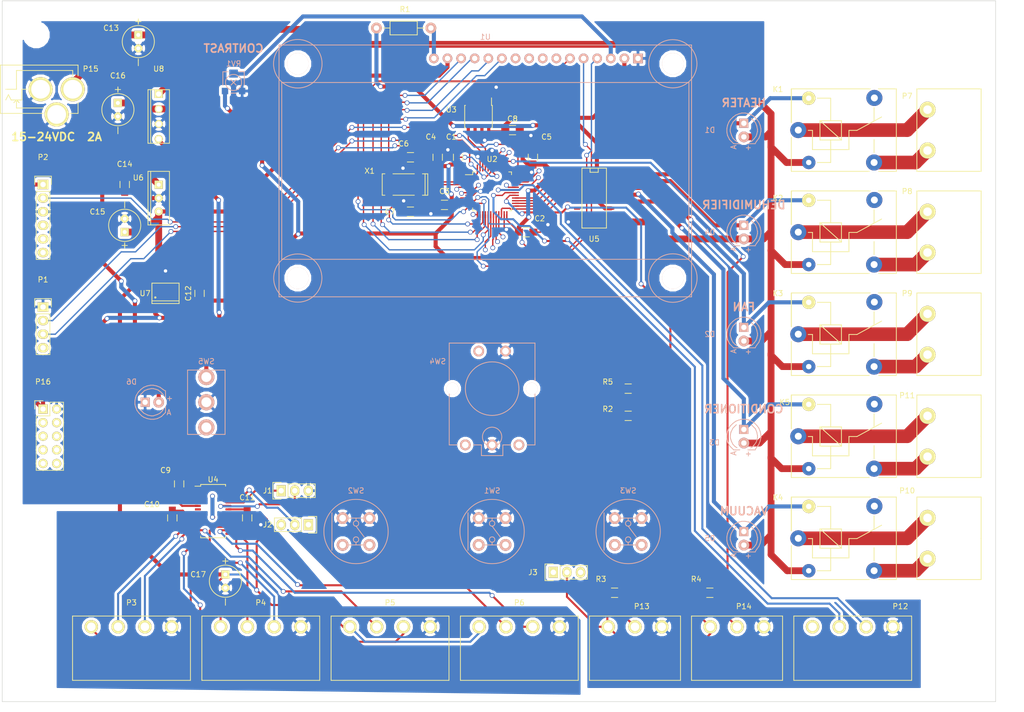
<source format=kicad_pcb>
(kicad_pcb (version 4) (host pcbnew 0.201503150816+5513~22~ubuntu14.04.1-product)
  (layers (0 F.Cu signal) (31 B.Cu signal) (34 B.Paste user) (35 F.Paste user) (36 B.SilkS user) (37 F.SilkS user) (38 B.Mask user) (39 F.Mask user) (44 Edge.Cuts user))
  (net 0 "")
  (net 1 VCC)
  (net 2 GND)
  (net 3 /System/OSC32_IN)
  (net 4 /System/OSC32_OUT)
  (net 5 "Net-(C10-Pad1)")
  (net 6 "Net-(C10-Pad2)")
  (net 7 +5V)
  (net 8 "Net-(C13-Pad1)")
  (net 9 +12V)
  (net 10 /Relays/HEATER_COIL)
  (net 11 /Relays/FAN_COIL)
  (net 12 /Relays/STEAM_COIL)
  (net 13 /Relays/DEHUM_COIL)
  (net 14 /Relays/VACUUM_COIL)
  (net 15 /LoadCells/GAIN0)
  (net 16 /LoadCells/SPEED)
  (net 17 /Sensors/HUMID_PWR)
  (net 18 "Net-(K1-Pad3)")
  (net 19 "Net-(K1-Pad4)")
  (net 20 "Net-(K1-Pad1)")
  (net 21 "Net-(K2-Pad3)")
  (net 22 "Net-(K2-Pad4)")
  (net 23 "Net-(K2-Pad1)")
  (net 24 "Net-(K3-Pad3)")
  (net 25 "Net-(K3-Pad4)")
  (net 26 "Net-(K3-Pad1)")
  (net 27 "Net-(K4-Pad3)")
  (net 28 "Net-(K4-Pad4)")
  (net 29 "Net-(K4-Pad1)")
  (net 30 "Net-(K5-Pad3)")
  (net 31 "Net-(K5-Pad4)")
  (net 32 "Net-(K5-Pad1)")
  (net 33 /System/DBG_TX)
  (net 34 /System/DBG_RX)
  (net 35 "Net-(P1-Pad4)")
  (net 36 /System/SWCLK)
  (net 37 /System/SWDIO)
  (net 38 /System/NRST)
  (net 39 "Net-(P2-Pad6)")
  (net 40 /LoadCells/LC1N)
  (net 41 /LoadCells/LC1P)
  (net 42 /LoadCells/LC2N)
  (net 43 /LoadCells/LC2P)
  (net 44 /LoadCells/LC3N)
  (net 45 /LoadCells/LC3P)
  (net 46 /LoadCells/LC4N)
  (net 47 /LoadCells/LC4P)
  (net 48 BAROM_SCL)
  (net 49 BAROM_SDA)
  (net 50 HUMID_DATA1)
  (net 51 HUMID_DATA2)
  (net 52 LCD_BKL_NEG)
  (net 53 "Net-(R1-Pad2)")
  (net 54 "Net-(RV1-Pad2)")
  (net 55 /System/MENU)
  (net 56 /System/RESET)
  (net 57 /System/MANUAL)
  (net 58 /System/ENC_B)
  (net 59 /System/ENC_A)
  (net 60 /System/ENC_CLICK)
  (net 61 /Power/VDIS)
  (net 62 /System/LCD_DB7)
  (net 63 /System/LCD_RS)
  (net 64 "Net-(U1-Pad9)")
  (net 65 "Net-(U1-Pad10)")
  (net 66 /System/LCD_DB4)
  (net 67 /System/LCD_DB5)
  (net 68 "Net-(U1-Pad8)")
  (net 69 "Net-(U1-Pad7)")
  (net 70 /System/LCD_E)
  (net 71 /System/LCD_DB6)
  (net 72 /System/LCD_RW)
  (net 73 LCD_BKL_EN)
  (net 74 ADC_DOUT)
  (net 75 ADC_SCLK)
  (net 76 ADC_PDWN)
  (net 77 HEATER)
  (net 78 DEHUM)
  (net 79 FAN)
  (net 80 VACUUM)
  (net 81 STEAM)
  (net 82 ADC_A1)
  (net 83 ADC_A0)
  (net 84 SCL)
  (net 85 SDA)
  (net 86 "Net-(U4-Pad4)")
  (net 87 "Net-(U5-Pad10)")
  (net 88 "Net-(U5-Pad7)")
  (net 89 "Net-(U7-Pad4)")
  (net 90 "Net-(U7-Pad5)")
  (net 91 "Net-(P16-Pad7)")
  (net 92 "Net-(P16-Pad8)")
  (net 93 "Net-(P16-Pad9)")
  (net 94 "Net-(P16-Pad10)")
  (net 95 "Net-(U2-Pad40)")
  (module autokiln:NPTH (layer F.Cu) (at 57.15 38.1)
    (fp_text reference REF** hide)
    (fp_text value 1 hide)
    (pad "" np_thru_hole circle (at 0 0) (size 4 4) (drill 4) (layers *.Cu *.Mask))
  )
  (module autokiln:NPTH (layer F.Cu) (at 57.15 152.4)
    (fp_text reference REF** hide)
    (fp_text value 1 hide)
    (pad "" np_thru_hole circle (at 0 0) (size 4 4) (drill 4) (layers *.Cu *.Mask))
  )
  (module autokiln:NPTH (layer F.Cu) (at 227.33 38.1)
    (fp_text reference REF** hide)
    (fp_text value 1 hide)
    (pad "" np_thru_hole circle (at 0 0) (size 4 4) (drill 4) (layers *.Cu *.Mask))
  )
  (module Resistors_SMD:R_0805_HandSoldering (layer F.Cu) (at 135.89 60.96 90)
    (fp_text reference C1 (at 3.81 -1.27 180) (layer F.SilkS))
    (fp_text value 100nF)
    (pad 1 smd rect (at -1.35 0 90) (size 1.5 1.3) (layers F.Cu F.Paste F.Mask) (net 1 VCC))
    (pad 2 smd rect (at 1.35 0 90) (size 1.5 1.3) (layers F.Cu F.Paste F.Mask) (net 2 GND))
  )
  (module Resistors_SMD:R_0805_HandSoldering (layer F.Cu) (at 148.59 74.93)
    (fp_text reference C2 (at 2.54 -2.54) (layer F.SilkS))
    (fp_text value 100nF)
    (pad 1 smd rect (at -1.35 0) (size 1.5 1.3) (layers F.Cu F.Paste F.Mask) (net 1 VCC))
    (pad 2 smd rect (at 1.35 0) (size 1.5 1.3) (layers F.Cu F.Paste F.Mask) (net 2 GND))
  )
  (module Resistors_SMD:R_0805_HandSoldering (layer F.Cu) (at 133.35 69.85 180)
    (fp_text reference C3 (at 0 2.54 180) (layer F.SilkS))
    (fp_text value 100nF)
    (pad 1 smd rect (at -1.35 0 180) (size 1.5 1.3) (layers F.Cu F.Paste F.Mask) (net 1 VCC))
    (pad 2 smd rect (at 1.35 0 180) (size 1.5 1.3) (layers F.Cu F.Paste F.Mask) (net 2 GND))
  )
  (module Resistors_SMD:R_0805_HandSoldering (layer F.Cu) (at 132.08 60.96 90)
    (fp_text reference C4 (at 3.81 -1.27 180) (layer F.SilkS))
    (fp_text value 4u7)
    (pad 1 smd rect (at -1.35 0 90) (size 1.5 1.3) (layers F.Cu F.Paste F.Mask) (net 1 VCC))
    (pad 2 smd rect (at 1.35 0 90) (size 1.5 1.3) (layers F.Cu F.Paste F.Mask) (net 2 GND))
  )
  (module Resistors_SMD:R_0805_HandSoldering (layer F.Cu) (at 149.86 60.96 90)
    (fp_text reference C5 (at 3.81 2.54 180) (layer F.SilkS))
    (fp_text value 100nF)
    (pad 1 smd rect (at -1.35 0 90) (size 1.5 1.3) (layers F.Cu F.Paste F.Mask) (net 1 VCC))
    (pad 2 smd rect (at 1.35 0 90) (size 1.5 1.3) (layers F.Cu F.Paste F.Mask) (net 2 GND))
  )
  (module Resistors_SMD:R_0805_HandSoldering (layer F.Cu) (at 127 60.96)
    (fp_text reference C6 (at -1.27 -2.54) (layer F.SilkS))
    (fp_text value 10pF)
    (pad 1 smd rect (at -1.35 0) (size 1.5 1.3) (layers F.Cu F.Paste F.Mask) (net 2 GND))
    (pad 2 smd rect (at 1.35 0) (size 1.5 1.3) (layers F.Cu F.Paste F.Mask) (net 3 /System/OSC32_IN))
  )
  (module Resistors_SMD:R_0805_HandSoldering (layer F.Cu) (at 127 71.12)
    (fp_text reference C7 (at -3.81 0) (layer F.SilkS))
    (fp_text value 10pF)
    (pad 1 smd rect (at -1.35 0) (size 1.5 1.3) (layers F.Cu F.Paste F.Mask) (net 2 GND))
    (pad 2 smd rect (at 1.35 0) (size 1.5 1.3) (layers F.Cu F.Paste F.Mask) (net 4 /System/OSC32_OUT))
  )
  (module Resistors_SMD:R_0805_HandSoldering (layer F.Cu) (at 146.05 55.88)
    (fp_text reference C8 (at 0 -2.1) (layer F.SilkS))
    (fp_text value 100nF)
    (pad 1 smd rect (at -1.35 0) (size 1.5 1.3) (layers F.Cu F.Paste F.Mask) (net 1 VCC))
    (pad 2 smd rect (at 1.35 0) (size 1.5 1.3) (layers F.Cu F.Paste F.Mask) (net 2 GND))
  )
  (module Resistors_SMD:R_0805_HandSoldering (layer F.Cu) (at 83.82 121.92 270)
    (fp_text reference C9 (at -2.54 2.54 360) (layer F.SilkS))
    (fp_text value 100nF)
    (pad 1 smd rect (at -1.35 0 270) (size 1.5 1.3) (layers F.Cu F.Paste F.Mask) (net 1 VCC))
    (pad 2 smd rect (at 1.35 0 270) (size 1.5 1.3) (layers F.Cu F.Paste F.Mask) (net 2 GND))
  )
  (module Resistors_SMD:R_0805_HandSoldering (layer F.Cu) (at 82.55 128.27 270)
    (fp_text reference C10 (at -2.54 3.81 360) (layer F.SilkS))
    (fp_text value 100nF)
    (pad 1 smd rect (at -1.35 0 270) (size 1.5 1.3) (layers F.Cu F.Paste F.Mask) (net 5 "Net-(C10-Pad1)"))
    (pad 2 smd rect (at 1.35 0 270) (size 1.5 1.3) (layers F.Cu F.Paste F.Mask) (net 6 "Net-(C10-Pad2)"))
  )
  (module Resistors_SMD:R_0805_HandSoldering (layer F.Cu) (at 96.52 128.27 270)
    (fp_text reference C11 (at -3.81 0 360) (layer F.SilkS))
    (fp_text value 100nF)
    (pad 1 smd rect (at -1.35 0 270) (size 1.5 1.3) (layers F.Cu F.Paste F.Mask) (net 7 +5V))
    (pad 2 smd rect (at 1.35 0 270) (size 1.5 1.3) (layers F.Cu F.Paste F.Mask) (net 2 GND))
  )
  (module Resistors_SMD:R_0805_HandSoldering (layer F.Cu) (at 87.63 86.36 90)
    (fp_text reference C12 (at 0 -2.1 90) (layer F.SilkS))
    (fp_text value 4u7)
    (pad 1 smd rect (at -1.35 0 90) (size 1.5 1.3) (layers F.Cu F.Paste F.Mask) (net 1 VCC))
    (pad 2 smd rect (at 1.35 0 90) (size 1.5 1.3) (layers F.Cu F.Paste F.Mask) (net 2 GND))
  )
  (module autokiln:KEMET_100uF_25V (layer F.Cu) (at 76.2 39.37 90)
    (fp_text reference C13 (at 2.54 -5.08 180) (layer F.SilkS))
    (fp_text value 100uF)
    (pad 1 thru_hole rect (at 1.25 0 90) (size 1.524 1.524) (drill 0.762) (layers *.Cu *.Mask F.SilkS) (net 8 "Net-(C13-Pad1)"))
    (pad 2 thru_hole circle (at -1.25 0 90) (size 1.524 1.524) (drill 0.762) (layers *.Cu *.Mask F.SilkS) (net 2 GND))
  )
  (module Resistors_SMD:R_0805_HandSoldering (layer F.Cu) (at 73.66 66.04 270)
    (fp_text reference C14 (at -3.81 0 360) (layer F.SilkS))
    (fp_text value 4u7)
    (pad 1 smd rect (at -1.35 0 270) (size 1.5 1.3) (layers F.Cu F.Paste F.Mask) (net 9 +12V))
    (pad 2 smd rect (at 1.35 0 270) (size 1.5 1.3) (layers F.Cu F.Paste F.Mask) (net 2 GND))
  )
  (module autokiln:KEMET_100uF_25V (layer F.Cu) (at 73.66 73.66 270)
    (fp_text reference C15 (at -2.54 5.08 360) (layer F.SilkS))
    (fp_text value 100uF)
    (pad 1 thru_hole rect (at 1.25 0 270) (size 1.524 1.524) (drill 0.762) (layers *.Cu *.Mask F.SilkS) (net 7 +5V))
    (pad 2 thru_hole circle (at -1.25 0 270) (size 1.524 1.524) (drill 0.762) (layers *.Cu *.Mask F.SilkS) (net 2 GND))
  )
  (module autokiln:KEMET_100uF_25V (layer F.Cu) (at 72.39 52.07 90)
    (fp_text reference C16 (at 6.35 0 180) (layer F.SilkS))
    (fp_text value 100uF)
    (pad 1 thru_hole rect (at 1.25 0 90) (size 1.524 1.524) (drill 0.762) (layers *.Cu *.Mask F.SilkS) (net 9 +12V))
    (pad 2 thru_hole circle (at -1.25 0 90) (size 1.524 1.524) (drill 0.762) (layers *.Cu *.Mask F.SilkS) (net 2 GND))
  )
  (module autokiln:KEMET_100uF_25V (layer F.Cu) (at 92.456 140.081 90)
    (fp_text reference C17 (at 1.27 -5.08 180) (layer F.SilkS))
    (fp_text value 100uF)
    (pad 1 thru_hole rect (at 1.25 0 90) (size 1.524 1.524) (drill 0.762) (layers *.Cu *.Mask F.SilkS) (net 7 +5V))
    (pad 2 thru_hole circle (at -1.25 0 90) (size 1.524 1.524) (drill 0.762) (layers *.Cu *.Mask F.SilkS) (net 2 GND))
  )
  (module Diodes_ThroughHole:Diode_LED_5mm_round_vertical (layer B.Cu) (at 189.23 55.88 90)
    (fp_text reference D1 (at 0 -6.35 180) (layer B.SilkS) (effects (justify mirror)))
    (fp_text value "12V LED")
    (fp_text user A (at -3.175 -1.905 90) (layer B.SilkS) (effects (justify mirror)))
    (fp_text user + (at -3.302 0.762 90) (layer B.SilkS) (effects (justify mirror)))
    (pad 1 thru_hole circle (at -1.27 0) (size 1.99898 1.99898) (drill 1.00076) (layers *.Cu *.Mask B.SilkS) (net 9 +12V))
    (pad 2 thru_hole rect (at 1.27 0 90) (size 1.69926 1.69926) (drill 1.00076) (layers *.Cu *.Mask B.SilkS) (net 10 /Relays/HEATER_COIL))
  )
  (module Diodes_ThroughHole:Diode_LED_5mm_round_vertical (layer B.Cu) (at 189.23 93.98 90)
    (fp_text reference D2 (at 0 -6.35 180) (layer B.SilkS) (effects (justify mirror)))
    (fp_text value "12V LED")
    (fp_text user A (at -3.175 -1.905 90) (layer B.SilkS) (effects (justify mirror)))
    (fp_text user + (at -3.302 0.762 90) (layer B.SilkS) (effects (justify mirror)))
    (pad 1 thru_hole circle (at -1.27 0) (size 1.99898 1.99898) (drill 1.00076) (layers *.Cu *.Mask B.SilkS) (net 9 +12V))
    (pad 2 thru_hole rect (at 1.27 0 90) (size 1.69926 1.69926) (drill 1.00076) (layers *.Cu *.Mask B.SilkS) (net 11 /Relays/FAN_COIL))
  )
  (module Diodes_ThroughHole:Diode_LED_5mm_round_vertical (layer B.Cu) (at 189.23 113.03 90)
    (fp_text reference D3 (at -1.1811 -5.4864 180) (layer B.SilkS) (effects (justify mirror)))
    (fp_text value "12V LED")
    (fp_text user A (at -3.175 -1.905 90) (layer B.SilkS) (effects (justify mirror)))
    (fp_text user + (at -3.302 0.762 90) (layer B.SilkS) (effects (justify mirror)))
    (pad 1 thru_hole circle (at -1.27 0) (size 1.99898 1.99898) (drill 1.00076) (layers *.Cu *.Mask B.SilkS) (net 9 +12V))
    (pad 2 thru_hole rect (at 1.27 0 90) (size 1.69926 1.69926) (drill 1.00076) (layers *.Cu *.Mask B.SilkS) (net 12 /Relays/STEAM_COIL))
  )
  (module Diodes_ThroughHole:Diode_LED_5mm_round_vertical (layer B.Cu) (at 189.23 74.93 90)
    (fp_text reference D4 (at 0 -6.35 180) (layer B.SilkS) (effects (justify mirror)))
    (fp_text value "12V LED")
    (fp_text user A (at -3.175 -1.905 90) (layer B.SilkS) (effects (justify mirror)))
    (fp_text user + (at -3.302 0.762 90) (layer B.SilkS) (effects (justify mirror)))
    (pad 1 thru_hole circle (at -1.27 0) (size 1.99898 1.99898) (drill 1.00076) (layers *.Cu *.Mask B.SilkS) (net 9 +12V))
    (pad 2 thru_hole rect (at 1.27 0 90) (size 1.69926 1.69926) (drill 1.00076) (layers *.Cu *.Mask B.SilkS) (net 13 /Relays/DEHUM_COIL))
  )
  (module Diodes_ThroughHole:Diode_LED_5mm_round_vertical (layer B.Cu) (at 189.23 132.08 90)
    (fp_text reference D5 (at 0 -6.35 180) (layer B.SilkS) (effects (justify mirror)))
    (fp_text value "12V LED")
    (fp_text user A (at -3.175 -1.905 90) (layer B.SilkS) (effects (justify mirror)))
    (fp_text user + (at -3.302 0.762 90) (layer B.SilkS) (effects (justify mirror)))
    (pad 1 thru_hole circle (at -1.27 0) (size 1.99898 1.99898) (drill 1.00076) (layers *.Cu *.Mask B.SilkS) (net 9 +12V))
    (pad 2 thru_hole rect (at 1.27 0 90) (size 1.69926 1.69926) (drill 1.00076) (layers *.Cu *.Mask B.SilkS) (net 14 /Relays/VACUUM_COIL))
  )
  (module Diodes_ThroughHole:Diode_LED_5mm_round_vertical (layer B.Cu) (at 78.74 106.68 180)
    (fp_text reference D6 (at 3.81 3.81 180) (layer B.SilkS) (effects (justify mirror)))
    (fp_text value "12V LED")
    (fp_text user A (at -3.175 -1.905 180) (layer B.SilkS) (effects (justify mirror)))
    (fp_text user + (at -3.302 0.762 180) (layer B.SilkS) (effects (justify mirror)))
    (pad 1 thru_hole circle (at -1.27 0 90) (size 1.99898 1.99898) (drill 1.00076) (layers *.Cu *.Mask B.SilkS) (net 9 +12V))
    (pad 2 thru_hole rect (at 1.27 0 180) (size 1.69926 1.69926) (drill 1.00076) (layers *.Cu *.Mask B.SilkS) (net 2 GND))
  )
  (module Pin_Headers:Pin_Header_Straight_1x03 (layer F.Cu) (at 102.87 123.19 90)
    (fp_text reference J1 (at 0 -2.54 180) (layer F.SilkS))
    (fp_text value "GAIN JUMPER")
    (pad 1 thru_hole rect (at 0 0 90) (size 2.032 1.7272) (drill 1.016) (layers *.Cu *.Mask F.SilkS) (net 1 VCC))
    (pad 2 thru_hole oval (at 0 2.54 90) (size 2.032 1.7272) (drill 1.016) (layers *.Cu *.Mask F.SilkS) (net 15 /LoadCells/GAIN0))
    (pad 3 thru_hole oval (at 0 5.08 90) (size 2.032 1.7272) (drill 1.016) (layers *.Cu *.Mask F.SilkS) (net 2 GND))
  )
  (module Pin_Headers:Pin_Header_Straight_1x03 (layer F.Cu) (at 107.95 129.54 270)
    (fp_text reference J2 (at 0 7.62 360) (layer F.SilkS))
    (fp_text value "SPEED JUMPER")
    (pad 1 thru_hole rect (at 0 0 270) (size 2.032 1.7272) (drill 1.016) (layers *.Cu *.Mask F.SilkS) (net 1 VCC))
    (pad 2 thru_hole oval (at 0 2.54 270) (size 2.032 1.7272) (drill 1.016) (layers *.Cu *.Mask F.SilkS) (net 16 /LoadCells/SPEED))
    (pad 3 thru_hole oval (at 0 5.08 270) (size 2.032 1.7272) (drill 1.016) (layers *.Cu *.Mask F.SilkS) (net 2 GND))
  )
  (module Pin_Headers:Pin_Header_Straight_1x03 (layer F.Cu) (at 153.67 138.43 90)
    (fp_text reference J3 (at 0 -3.81 180) (layer F.SilkS))
    (fp_text value "HUMID PWR")
    (pad 1 thru_hole rect (at 0 0 90) (size 2.032 1.7272) (drill 1.016) (layers *.Cu *.Mask F.SilkS) (net 7 +5V))
    (pad 2 thru_hole oval (at 0 2.54 90) (size 2.032 1.7272) (drill 1.016) (layers *.Cu *.Mask F.SilkS) (net 17 /Sensors/HUMID_PWR))
    (pad 3 thru_hole oval (at 0 5.08 90) (size 2.032 1.7272) (drill 1.016) (layers *.Cu *.Mask F.SilkS) (net 1 VCC))
  )
  (module Relays_ThroughHole:Relay_SANYOU_SRD_Series_Form_C (layer F.Cu) (at 199.39 55.88)
    (fp_text reference K1 (at -3.81 -7.62) (layer F.SilkS))
    (fp_text value "12V 250VAC 10A")
    (pad 2 thru_hole circle (at 1.95 6.05 90) (size 2.5 2.5) (drill 1) (layers *.Cu *.Mask) (net 9 +12V))
    (pad 3 thru_hole circle (at 14.15 6.05 90) (size 3 3) (drill 1.3) (layers *.Cu *.Mask) (net 18 "Net-(K1-Pad3)"))
    (pad 4 thru_hole circle (at 14.2 -6 90) (size 3 3) (drill 1.3) (layers *.Cu *.Mask) (net 19 "Net-(K1-Pad4)"))
    (pad 5 thru_hole circle (at 1.95 -5.95 90) (size 2.5 2.5) (drill 1) (layers *.Cu *.Mask F.SilkS) (net 10 /Relays/HEATER_COIL))
    (pad 1 thru_hole circle (at 0 0 90) (size 3 3) (drill 1.3) (layers *.Cu *.Mask) (net 20 "Net-(K1-Pad1)"))
  )
  (module Relays_ThroughHole:Relay_SANYOU_SRD_Series_Form_C (layer F.Cu) (at 199.39 74.93)
    (fp_text reference K2 (at -3.81 -6.35) (layer F.SilkS))
    (fp_text value "12V 250VAC 10A")
    (pad 2 thru_hole circle (at 1.95 6.05 90) (size 2.5 2.5) (drill 1) (layers *.Cu *.Mask) (net 9 +12V))
    (pad 3 thru_hole circle (at 14.15 6.05 90) (size 3 3) (drill 1.3) (layers *.Cu *.Mask) (net 21 "Net-(K2-Pad3)"))
    (pad 4 thru_hole circle (at 14.2 -6 90) (size 3 3) (drill 1.3) (layers *.Cu *.Mask) (net 22 "Net-(K2-Pad4)"))
    (pad 5 thru_hole circle (at 1.95 -5.95 90) (size 2.5 2.5) (drill 1) (layers *.Cu *.Mask F.SilkS) (net 13 /Relays/DEHUM_COIL))
    (pad 1 thru_hole circle (at 0 0 90) (size 3 3) (drill 1.3) (layers *.Cu *.Mask) (net 23 "Net-(K2-Pad1)"))
  )
  (module Relays_ThroughHole:Relay_SANYOU_SRD_Series_Form_C (layer F.Cu) (at 199.39 93.98)
    (fp_text reference K3 (at -3.81 -7.62) (layer F.SilkS))
    (fp_text value "12V 250VAC 10A")
    (pad 2 thru_hole circle (at 1.95 6.05 90) (size 2.5 2.5) (drill 1) (layers *.Cu *.Mask) (net 9 +12V))
    (pad 3 thru_hole circle (at 14.15 6.05 90) (size 3 3) (drill 1.3) (layers *.Cu *.Mask) (net 24 "Net-(K3-Pad3)"))
    (pad 4 thru_hole circle (at 14.2 -6 90) (size 3 3) (drill 1.3) (layers *.Cu *.Mask) (net 25 "Net-(K3-Pad4)"))
    (pad 5 thru_hole circle (at 1.95 -5.95 90) (size 2.5 2.5) (drill 1) (layers *.Cu *.Mask F.SilkS) (net 11 /Relays/FAN_COIL))
    (pad 1 thru_hole circle (at 0 0 90) (size 3 3) (drill 1.3) (layers *.Cu *.Mask) (net 26 "Net-(K3-Pad1)"))
  )
  (module Relays_ThroughHole:Relay_SANYOU_SRD_Series_Form_C (layer F.Cu) (at 199.39 132.08)
    (fp_text reference K4 (at -3.81 -7.62) (layer F.SilkS))
    (fp_text value "12V 250VAC 10A")
    (pad 2 thru_hole circle (at 1.95 6.05 90) (size 2.5 2.5) (drill 1) (layers *.Cu *.Mask) (net 9 +12V))
    (pad 3 thru_hole circle (at 14.15 6.05 90) (size 3 3) (drill 1.3) (layers *.Cu *.Mask) (net 27 "Net-(K4-Pad3)"))
    (pad 4 thru_hole circle (at 14.2 -6 90) (size 3 3) (drill 1.3) (layers *.Cu *.Mask) (net 28 "Net-(K4-Pad4)"))
    (pad 5 thru_hole circle (at 1.95 -5.95 90) (size 2.5 2.5) (drill 1) (layers *.Cu *.Mask F.SilkS) (net 14 /Relays/VACUUM_COIL))
    (pad 1 thru_hole circle (at 0 0 90) (size 3 3) (drill 1.3) (layers *.Cu *.Mask) (net 29 "Net-(K4-Pad1)"))
  )
  (module Relays_ThroughHole:Relay_SANYOU_SRD_Series_Form_C (layer F.Cu) (at 199.39 113.03)
    (fp_text reference K5 (at -2.54 -6.35) (layer F.SilkS))
    (fp_text value "12V 250VAC 10A")
    (pad 2 thru_hole circle (at 1.95 6.05 90) (size 2.5 2.5) (drill 1) (layers *.Cu *.Mask) (net 9 +12V))
    (pad 3 thru_hole circle (at 14.15 6.05 90) (size 3 3) (drill 1.3) (layers *.Cu *.Mask) (net 30 "Net-(K5-Pad3)"))
    (pad 4 thru_hole circle (at 14.2 -6 90) (size 3 3) (drill 1.3) (layers *.Cu *.Mask) (net 31 "Net-(K5-Pad4)"))
    (pad 5 thru_hole circle (at 1.95 -5.95 90) (size 2.5 2.5) (drill 1) (layers *.Cu *.Mask F.SilkS) (net 12 /Relays/STEAM_COIL))
    (pad 1 thru_hole circle (at 0 0 90) (size 3 3) (drill 1.3) (layers *.Cu *.Mask) (net 32 "Net-(K5-Pad1)"))
  )
  (module Pin_Headers:Pin_Header_Straight_1x04 (layer F.Cu) (at 58.42 88.9)
    (fp_text reference P1 (at 0 -5.1) (layer F.SilkS))
    (fp_text value DEBUG)
    (pad 1 thru_hole rect (at 0 0) (size 2.032 1.7272) (drill 1.016) (layers *.Cu *.Mask F.SilkS) (net 2 GND))
    (pad 2 thru_hole oval (at 0 2.54) (size 2.032 1.7272) (drill 1.016) (layers *.Cu *.Mask F.SilkS) (net 33 /System/DBG_TX))
    (pad 3 thru_hole oval (at 0 5.08) (size 2.032 1.7272) (drill 1.016) (layers *.Cu *.Mask F.SilkS) (net 34 /System/DBG_RX))
    (pad 4 thru_hole oval (at 0 7.62) (size 2.032 1.7272) (drill 1.016) (layers *.Cu *.Mask F.SilkS) (net 35 "Net-(P1-Pad4)"))
  )
  (module Pin_Headers:Pin_Header_Straight_1x06 (layer F.Cu) (at 58.42 66.04)
    (fp_text reference P2 (at 0 -5.1) (layer F.SilkS))
    (fp_text value SWD)
    (pad 1 thru_hole rect (at 0 0) (size 2.032 1.7272) (drill 1.016) (layers *.Cu *.Mask F.SilkS) (net 1 VCC))
    (pad 2 thru_hole oval (at 0 2.54) (size 2.032 1.7272) (drill 1.016) (layers *.Cu *.Mask F.SilkS) (net 36 /System/SWCLK))
    (pad 3 thru_hole oval (at 0 5.08) (size 2.032 1.7272) (drill 1.016) (layers *.Cu *.Mask F.SilkS) (net 2 GND))
    (pad 4 thru_hole oval (at 0 7.62) (size 2.032 1.7272) (drill 1.016) (layers *.Cu *.Mask F.SilkS) (net 37 /System/SWDIO))
    (pad 5 thru_hole oval (at 0 10.16) (size 2.032 1.7272) (drill 1.016) (layers *.Cu *.Mask F.SilkS) (net 38 /System/NRST))
    (pad 6 thru_hole oval (at 0 12.7) (size 2.032 1.7272) (drill 1.016) (layers *.Cu *.Mask F.SilkS) (net 39 "Net-(P2-Pad6)"))
  )
  (module autokiln:ostoq047151 (layer F.Cu) (at 74.93 148.59)
    (fp_text reference P3 (at 0 -4.5) (layer F.SilkS))
    (fp_text value "LOAD CELL 1")
    (pad 4 thru_hole circle (at 7.5 0) (size 2.5 2.5) (drill 1.6) (layers *.Cu *.Mask F.SilkS) (net 2 GND))
    (pad 3 thru_hole circle (at 2.5 0) (size 2.5 2.5) (drill 1.6) (layers *.Cu *.Mask F.SilkS) (net 40 /LoadCells/LC1N))
    (pad 2 thru_hole circle (at -2.5 0) (size 2.5 2.5) (drill 1.6) (layers *.Cu *.Mask F.SilkS) (net 41 /LoadCells/LC1P))
    (pad 1 thru_hole circle (at -7.5 0) (size 2.5 2.5) (drill 1.6) (layers *.Cu *.Mask F.SilkS) (net 7 +5V))
  )
  (module autokiln:ostoq047151 (layer F.Cu) (at 99.06 148.59)
    (fp_text reference P4 (at 0 -4.5) (layer F.SilkS))
    (fp_text value "LOAD CELL 2")
    (pad 4 thru_hole circle (at 7.5 0) (size 2.5 2.5) (drill 1.6) (layers *.Cu *.Mask F.SilkS) (net 2 GND))
    (pad 3 thru_hole circle (at 2.5 0) (size 2.5 2.5) (drill 1.6) (layers *.Cu *.Mask F.SilkS) (net 42 /LoadCells/LC2N))
    (pad 2 thru_hole circle (at -2.5 0) (size 2.5 2.5) (drill 1.6) (layers *.Cu *.Mask F.SilkS) (net 43 /LoadCells/LC2P))
    (pad 1 thru_hole circle (at -7.5 0) (size 2.5 2.5) (drill 1.6) (layers *.Cu *.Mask F.SilkS) (net 7 +5V))
  )
  (module autokiln:ostoq047151 (layer F.Cu) (at 123.19 148.59)
    (fp_text reference P5 (at 0 -4.5) (layer F.SilkS))
    (fp_text value "LOAD CELL 3")
    (pad 4 thru_hole circle (at 7.5 0) (size 2.5 2.5) (drill 1.6) (layers *.Cu *.Mask F.SilkS) (net 2 GND))
    (pad 3 thru_hole circle (at 2.5 0) (size 2.5 2.5) (drill 1.6) (layers *.Cu *.Mask F.SilkS) (net 44 /LoadCells/LC3N))
    (pad 2 thru_hole circle (at -2.5 0) (size 2.5 2.5) (drill 1.6) (layers *.Cu *.Mask F.SilkS) (net 45 /LoadCells/LC3P))
    (pad 1 thru_hole circle (at -7.5 0) (size 2.5 2.5) (drill 1.6) (layers *.Cu *.Mask F.SilkS) (net 7 +5V))
  )
  (module autokiln:ostoq047151 (layer F.Cu) (at 147.32 148.59)
    (fp_text reference P6 (at 0 -4.5) (layer F.SilkS))
    (fp_text value "LOAD CELL 4")
    (pad 4 thru_hole circle (at 7.5 0) (size 2.5 2.5) (drill 1.6) (layers *.Cu *.Mask F.SilkS) (net 2 GND))
    (pad 3 thru_hole circle (at 2.5 0) (size 2.5 2.5) (drill 1.6) (layers *.Cu *.Mask F.SilkS) (net 46 /LoadCells/LC4N))
    (pad 2 thru_hole circle (at -2.5 0) (size 2.5 2.5) (drill 1.6) (layers *.Cu *.Mask F.SilkS) (net 47 /LoadCells/LC4P))
    (pad 1 thru_hole circle (at -7.5 0) (size 2.5 2.5) (drill 1.6) (layers *.Cu *.Mask F.SilkS) (net 7 +5V))
  )
  (module autokiln:OSTOQ020151 (layer F.Cu) (at 223.52 55.88 270)
    (fp_text reference P7 (at -6.35 3.81 360) (layer F.SilkS))
    (fp_text value HEATER)
    (pad 1 thru_hole circle (at -3.81 0 270) (size 3 3) (drill 1.6) (layers *.Cu *.Mask F.SilkS) (net 20 "Net-(K1-Pad1)"))
    (pad 2 thru_hole circle (at 3.81 0 270) (size 3 3) (drill 1.6) (layers *.Cu *.Mask F.SilkS) (net 18 "Net-(K1-Pad3)"))
  )
  (module autokiln:OSTOQ020151 (layer F.Cu) (at 223.52 74.93 270)
    (fp_text reference P8 (at -7.62 3.81 360) (layer F.SilkS))
    (fp_text value DEHUMIDIFIER)
    (pad 1 thru_hole circle (at -3.81 0 270) (size 3 3) (drill 1.6) (layers *.Cu *.Mask F.SilkS) (net 23 "Net-(K2-Pad1)"))
    (pad 2 thru_hole circle (at 3.81 0 270) (size 3 3) (drill 1.6) (layers *.Cu *.Mask F.SilkS) (net 21 "Net-(K2-Pad3)"))
  )
  (module autokiln:OSTOQ020151 (layer F.Cu) (at 223.52 93.98 270)
    (fp_text reference P9 (at -7.62 3.81 360) (layer F.SilkS))
    (fp_text value FAN)
    (pad 1 thru_hole circle (at -3.81 0 270) (size 3 3) (drill 1.6) (layers *.Cu *.Mask F.SilkS) (net 26 "Net-(K3-Pad1)"))
    (pad 2 thru_hole circle (at 3.81 0 270) (size 3 3) (drill 1.6) (layers *.Cu *.Mask F.SilkS) (net 24 "Net-(K3-Pad3)"))
  )
  (module autokiln:OSTOQ020151 (layer F.Cu) (at 223.52 132.08 270)
    (fp_text reference P10 (at -8.89 3.81 360) (layer F.SilkS))
    (fp_text value VACUUM)
    (pad 1 thru_hole circle (at -3.81 0 270) (size 3 3) (drill 1.6) (layers *.Cu *.Mask F.SilkS) (net 29 "Net-(K4-Pad1)"))
    (pad 2 thru_hole circle (at 3.81 0 270) (size 3 3) (drill 1.6) (layers *.Cu *.Mask F.SilkS) (net 27 "Net-(K4-Pad3)"))
  )
  (module autokiln:OSTOQ020151 (layer F.Cu) (at 223.52 113.03 270)
    (fp_text reference P11 (at -7.62 3.81 360) (layer F.SilkS))
    (fp_text value CONDITIONER)
    (pad 1 thru_hole circle (at -3.81 0 270) (size 3 3) (drill 1.6) (layers *.Cu *.Mask F.SilkS) (net 32 "Net-(K5-Pad1)"))
    (pad 2 thru_hole circle (at 3.81 0 270) (size 3 3) (drill 1.6) (layers *.Cu *.Mask F.SilkS) (net 30 "Net-(K5-Pad3)"))
  )
  (module autokiln:ostoq047151 (layer F.Cu) (at 209.55 148.59)
    (fp_text reference P12 (at 8.89 -3.81) (layer F.SilkS))
    (fp_text value BAROM)
    (pad 4 thru_hole circle (at 7.5 0) (size 2.5 2.5) (drill 1.6) (layers *.Cu *.Mask F.SilkS) (net 2 GND))
    (pad 3 thru_hole circle (at 2.5 0) (size 2.5 2.5) (drill 1.6) (layers *.Cu *.Mask F.SilkS) (net 48 BAROM_SCL))
    (pad 2 thru_hole circle (at -2.5 0) (size 2.5 2.5) (drill 1.6) (layers *.Cu *.Mask F.SilkS) (net 49 BAROM_SDA))
    (pad 1 thru_hole circle (at -7.5 0) (size 2.5 2.5) (drill 1.6) (layers *.Cu *.Mask F.SilkS) (net 1 VCC))
  )
  (module autokiln:OSTOQ037151 (layer F.Cu) (at 168.91 148.59)
    (fp_text reference P13 (at 1.27 -3.81) (layer F.SilkS))
    (fp_text value HUMID1)
    (pad 3 thru_hole circle (at 5 0) (size 2.5 2.5) (drill 1.6) (layers *.Cu *.Mask F.SilkS) (net 2 GND))
    (pad 1 thru_hole circle (at -5 0) (size 2.5 2.5) (drill 1.6) (layers *.Cu *.Mask F.SilkS) (net 17 /Sensors/HUMID_PWR))
    (pad 2 thru_hole circle (at 0 0) (size 2.5 2.5) (drill 1.6) (layers *.Cu *.Mask F.SilkS) (net 50 HUMID_DATA1))
  )
  (module autokiln:OSTOQ037151 (layer F.Cu) (at 187.96 148.59)
    (fp_text reference P14 (at 1.27 -3.81) (layer F.SilkS))
    (fp_text value HUMID2)
    (pad 3 thru_hole circle (at 5 0) (size 2.5 2.5) (drill 1.6) (layers *.Cu *.Mask F.SilkS) (net 2 GND))
    (pad 1 thru_hole circle (at -5 0) (size 2.5 2.5) (drill 1.6) (layers *.Cu *.Mask F.SilkS) (net 17 /Sensors/HUMID_PWR))
    (pad 2 thru_hole circle (at 0 0) (size 2.5 2.5) (drill 1.6) (layers *.Cu *.Mask F.SilkS) (net 51 HUMID_DATA2))
  )
  (module autokiln:CUI_PJ-002AH_DC_PWR_JACK (layer F.Cu) (at 60.96 48.26 180)
    (fp_text reference P15 (at -6.35 3.81 180) (layer F.SilkS))
    (fp_text value VIN)
    (pad 2 thru_hole circle (at 3 0 180) (size 4.5 4.5) (drill 3.5) (layers *.Cu *.Mask F.SilkS) (net 2 GND))
    (pad 1 thru_hole circle (at -3 0 180) (size 4.5 4.5) (drill 3.5) (layers *.Cu *.Mask F.SilkS) (net 8 "Net-(C13-Pad1)"))
    (pad 3 thru_hole circle (at 0 -4.7 180) (size 4.5 4.5) (drill 3.5) (layers *.Cu *.Mask F.SilkS) (net 2 GND))
  )
  (module Resistors_ThroughHole:Resistor_Horizontal_RM10mm (layer F.Cu) (at 125.73 36.83)
    (fp_text reference R1 (at 0.24892 -3.50012) (layer F.SilkS))
    (fp_text value 3)
    (pad 1 thru_hole circle (at -5.08 0) (size 1.99898 1.99898) (drill 1.00076) (layers *.Cu *.SilkS *.Mask) (net 52 LCD_BKL_NEG))
    (pad 2 thru_hole circle (at 5.08 0) (size 1.99898 1.99898) (drill 1.00076) (layers *.Cu *.SilkS *.Mask) (net 53 "Net-(R1-Pad2)"))
  )
  (module Resistors_SMD:R_0805_HandSoldering (layer F.Cu) (at 167.64 109.22 180)
    (fp_text reference R2 (at 3.81 1.27 180) (layer F.SilkS))
    (fp_text value 4k7)
    (pad 1 smd rect (at -1.35 0 180) (size 1.5 1.3) (layers F.Cu F.Paste F.Mask) (net 48 BAROM_SCL))
    (pad 2 smd rect (at 1.35 0 180) (size 1.5 1.3) (layers F.Cu F.Paste F.Mask) (net 1 VCC))
  )
  (module Resistors_SMD:R_0805_HandSoldering (layer F.Cu) (at 165.1 142.24 180)
    (fp_text reference R3 (at 2.54 2.54 180) (layer F.SilkS))
    (fp_text value 1k)
    (pad 1 smd rect (at -1.35 0 180) (size 1.5 1.3) (layers F.Cu F.Paste F.Mask) (net 50 HUMID_DATA1))
    (pad 2 smd rect (at 1.35 0 180) (size 1.5 1.3) (layers F.Cu F.Paste F.Mask) (net 17 /Sensors/HUMID_PWR))
  )
  (module Resistors_SMD:R_0805_HandSoldering (layer F.Cu) (at 182.88 142.24 180)
    (fp_text reference R4 (at 2.54 2.54 180) (layer F.SilkS))
    (fp_text value 1k)
    (pad 1 smd rect (at -1.35 0 180) (size 1.5 1.3) (layers F.Cu F.Paste F.Mask) (net 51 HUMID_DATA2))
    (pad 2 smd rect (at 1.35 0 180) (size 1.5 1.3) (layers F.Cu F.Paste F.Mask) (net 17 /Sensors/HUMID_PWR))
  )
  (module Resistors_SMD:R_0805_HandSoldering (layer F.Cu) (at 167.64 104.14 180)
    (fp_text reference R5 (at 3.81 1.27 180) (layer F.SilkS))
    (fp_text value 4k7)
    (pad 1 smd rect (at -1.35 0 180) (size 1.5 1.3) (layers F.Cu F.Paste F.Mask) (net 49 BAROM_SDA))
    (pad 2 smd rect (at 1.35 0 180) (size 1.5 1.3) (layers F.Cu F.Paste F.Mask) (net 1 VCC))
  )
  (module autokiln:BOURNS_TRIMMER_3303W (layer B.Cu) (at 93.98 46.99 180)
    (fp_text reference RV1 (at 0 3.5 180) (layer B.SilkS) (effects (justify mirror)))
    (fp_text value 10K)
    (pad 2 smd rect (at 0 1.65 180) (size 1.6 1.5) (layers B.Cu B.Paste B.Mask) (net 54 "Net-(RV1-Pad2)"))
    (pad 3 smd rect (at 1.6 -1.6 180) (size 1.2 1.2) (layers B.Cu B.Paste B.Mask) (net 1 VCC))
    (pad 1 smd rect (at -1.6 -1.6 180) (size 1.2 1.2) (layers B.Cu B.Paste B.Mask) (net 2 GND))
  )
  (module autokiln:CK_Button_D6R (layer B.Cu) (at 142.24 130.81)
    (fp_text reference SW1 (at 0 -7.62) (layer B.SilkS) (effects (justify mirror)))
    (fp_text value MENU)
    (pad 2 thru_hole circle (at -2.5 -2.5) (size 2.2 2.2) (drill 1.25) (layers *.Cu *.Mask B.SilkS) (net 2 GND))
    (pad 1 thru_hole circle (at 2.5 2.5) (size 2.2 2.2) (drill 1.25) (layers *.Cu *.Mask B.SilkS) (net 55 /System/MENU))
    (pad 2 thru_hole circle (at 2.5 -2.5) (size 2.2 2.2) (drill 1.25) (layers *.Cu *.Mask B.SilkS) (net 2 GND))
    (pad 1 thru_hole circle (at -2.5 2.5) (size 2.2 2.2) (drill 1.25) (layers *.Cu *.Mask B.SilkS) (net 55 /System/MENU))
  )
  (module autokiln:CK_Button_D6R (layer B.Cu) (at 116.84 130.81)
    (fp_text reference SW2 (at 0 -7.62) (layer B.SilkS) (effects (justify mirror)))
    (fp_text value RESET)
    (pad 2 thru_hole circle (at -2.5 -2.5) (size 2.2 2.2) (drill 1.25) (layers *.Cu *.Mask B.SilkS) (net 2 GND))
    (pad 1 thru_hole circle (at 2.5 2.5) (size 2.2 2.2) (drill 1.25) (layers *.Cu *.Mask B.SilkS) (net 56 /System/RESET))
    (pad 2 thru_hole circle (at 2.5 -2.5) (size 2.2 2.2) (drill 1.25) (layers *.Cu *.Mask B.SilkS) (net 2 GND))
    (pad 1 thru_hole circle (at -2.5 2.5) (size 2.2 2.2) (drill 1.25) (layers *.Cu *.Mask B.SilkS) (net 56 /System/RESET))
  )
  (module autokiln:CK_Button_D6R (layer B.Cu) (at 167.64 130.81)
    (fp_text reference SW3 (at 0 -7.62) (layer B.SilkS) (effects (justify mirror)))
    (fp_text value MANUAL)
    (pad 2 thru_hole circle (at -2.5 -2.5) (size 2.2 2.2) (drill 1.25) (layers *.Cu *.Mask B.SilkS) (net 2 GND))
    (pad 1 thru_hole circle (at 2.5 2.5) (size 2.2 2.2) (drill 1.25) (layers *.Cu *.Mask B.SilkS) (net 57 /System/MANUAL))
    (pad 2 thru_hole circle (at 2.5 -2.5) (size 2.2 2.2) (drill 1.25) (layers *.Cu *.Mask B.SilkS) (net 2 GND))
    (pad 1 thru_hole circle (at -2.5 2.5) (size 2.2 2.2) (drill 1.25) (layers *.Cu *.Mask B.SilkS) (net 57 /System/MANUAL))
  )
  (module autokiln:BOURNS_Encoder_PEC16 (layer B.Cu) (at 142.24 104.14 180)
    (fp_text reference SW4 (at 10.16 5.08 180) (layer B.SilkS) (effects (justify mirror)))
    (fp_text value PEC16-4215F-S0024)
    (pad "" np_thru_hole circle (at 7.4 0 180) (size 2.2 2.2) (drill 2.2) (layers *.Cu *.Mask B.SilkS))
    (pad 5 thru_hole circle (at 5 -10.5 180) (size 2 2) (drill 1.25) (layers *.Cu *.Mask B.SilkS) (net 58 /System/ENC_B))
    (pad 4 thru_hole circle (at 0 -10.5 180) (size 2 2) (drill 1.25) (layers *.Cu *.Mask B.SilkS) (net 2 GND))
    (pad 3 thru_hole circle (at -5 -10.5 180) (size 2 2) (drill 1.25) (layers *.Cu *.Mask B.SilkS) (net 59 /System/ENC_A))
    (pad 1 thru_hole circle (at 2.5 7 180) (size 2 2) (drill 1.25) (layers *.Cu *.Mask B.SilkS) (net 60 /System/ENC_CLICK))
    (pad 2 thru_hole circle (at -2.5 7 180) (size 2 2) (drill 1.25) (layers *.Cu *.Mask B.SilkS) (net 2 GND))
    (pad "" np_thru_hole circle (at -7.4 0 180) (size 2.2 2.2) (drill 2.2) (layers *.Cu *.Mask B.SilkS))
  )
  (module autokiln:ESwitch-100SP1T1B4M2QE (layer B.Cu) (at 88.9 106.68 270)
    (fp_text reference SW5 (at -7.62 0 360) (layer B.SilkS) (effects (justify mirror)))
    (fp_text value "PWR SWITCH")
    (pad 3 thru_hole circle (at 4.7 0 270) (size 3 3) (drill 1.85) (layers *.Cu *.Mask B.SilkS))
    (pad 1 thru_hole circle (at -4.7 0 270) (size 3 3) (drill 1.85) (layers *.Cu *.Mask B.SilkS) (net 61 /Power/VDIS))
    (pad 2 thru_hole circle (at 0 0 270) (size 3 3) (drill 1.85) (layers *.Cu *.Mask B.SilkS) (net 2 GND))
  )
  (module autokiln:NHD-0420AZ-FL-GBW-33V3 (layer B.Cu) (at 140.97 63.5 180)
    (fp_text reference U1 (at 0 25 180) (layer B.SilkS) (effects (justify mirror)))
    (fp_text value NHD-0420AZ-FL-YBW-33V3)
    (pad 15 thru_hole circle (at 7.06 21 180) (size 1.8 1.8) (drill 1) (layers *.Cu *.Mask B.SilkS) (net 7 +5V))
    (pad 16 thru_hole circle (at 9.6 21 180) (size 1.8 1.8) (drill 1) (layers *.Cu *.Mask B.SilkS) (net 53 "Net-(R1-Pad2)"))
    (pad 14 thru_hole circle (at 4.52 21 180) (size 1.8 1.8) (drill 1) (layers *.Cu *.Mask B.SilkS) (net 62 /System/LCD_DB7))
    (pad 4 thru_hole circle (at -20.88 21 180) (size 1.8 1.8) (drill 1) (layers *.Cu *.Mask B.SilkS) (net 63 /System/LCD_RS))
    (pad 9 thru_hole circle (at -8.18 21 180) (size 1.8 1.8) (drill 1) (layers *.Cu *.Mask B.SilkS) (net 64 "Net-(U1-Pad9)"))
    (pad 10 thru_hole circle (at -5.64 21 180) (size 1.8 1.8) (drill 1) (layers *.Cu *.Mask B.SilkS) (net 65 "Net-(U1-Pad10)"))
    (pad 11 thru_hole circle (at -3.1 21 180) (size 1.8 1.8) (drill 1) (layers *.Cu *.Mask B.SilkS) (net 66 /System/LCD_DB4))
    (pad 12 thru_hole circle (at -0.56 21 180) (size 1.8 1.8) (drill 1) (layers *.Cu *.Mask B.SilkS) (net 67 /System/LCD_DB5))
    (pad 8 thru_hole circle (at -10.72 21 180) (size 1.8 1.8) (drill 1) (layers *.Cu *.Mask B.SilkS) (net 68 "Net-(U1-Pad8)"))
    (pad 7 thru_hole circle (at -13.26 21 180) (size 1.8 1.8) (drill 1) (layers *.Cu *.Mask B.SilkS) (net 69 "Net-(U1-Pad7)"))
    (pad 6 thru_hole circle (at -15.8 21 180) (size 1.8 1.8) (drill 1) (layers *.Cu *.Mask B.SilkS) (net 70 /System/LCD_E))
    (pad 13 thru_hole circle (at 1.98 21 180) (size 1.8 1.8) (drill 1) (layers *.Cu *.Mask B.SilkS) (net 71 /System/LCD_DB6))
    (pad 5 thru_hole circle (at -18.34 21 180) (size 1.8 1.8) (drill 1) (layers *.Cu *.Mask B.SilkS) (net 72 /System/LCD_RW))
    (pad 3 thru_hole circle (at -23.42 21 180) (size 1.8 1.8) (drill 1) (layers *.Cu *.Mask B.SilkS) (net 54 "Net-(RV1-Pad2)"))
    (pad 2 thru_hole circle (at -25.96 21 180) (size 1.8 1.8) (drill 1) (layers *.Cu *.Mask B.SilkS) (net 1 VCC))
    (pad "" np_thru_hole circle (at -35 -20 180) (size 4 4) (drill 4) (layers *.Cu *.Mask B.SilkS))
    (pad "" np_thru_hole circle (at 35 -20 180) (size 4 4) (drill 4) (layers *.Cu *.Mask B.SilkS))
    (pad "" np_thru_hole circle (at 35 20 180) (size 4 4) (drill 4) (layers *.Cu *.Mask B.SilkS))
    (pad "" np_thru_hole circle (at -35 20 180) (size 4 4) (drill 4) (layers *.Cu *.Mask B.SilkS))
    (pad 1 thru_hole rect (at -28.5 21 180) (size 1.8 1.8) (drill 1) (layers *.Cu *.Mask B.SilkS) (net 2 GND))
  )
  (module Housings_QFP:LQFP-48_7x7mm_Pitch0.5mm (layer F.Cu) (at 142.24 67.31)
    (fp_text reference U2 (at 0 -6) (layer F.SilkS))
    (fp_text value STM32F070CBT6)
    (pad 1 smd rect (at -4.35 -2.75) (size 1.3 0.25) (layers F.Cu F.Paste F.Mask) (net 1 VCC))
    (pad 2 smd rect (at -4.35 -2.25) (size 1.3 0.25) (layers F.Cu F.Paste F.Mask) (net 55 /System/MENU))
    (pad 3 smd rect (at -4.35 -1.75) (size 1.3 0.25) (layers F.Cu F.Paste F.Mask) (net 3 /System/OSC32_IN))
    (pad 4 smd rect (at -4.35 -1.25) (size 1.3 0.25) (layers F.Cu F.Paste F.Mask) (net 4 /System/OSC32_OUT))
    (pad 5 smd rect (at -4.35 -0.75) (size 1.3 0.25) (layers F.Cu F.Paste F.Mask) (net 56 /System/RESET))
    (pad 6 smd rect (at -4.35 -0.25) (size 1.3 0.25) (layers F.Cu F.Paste F.Mask) (net 57 /System/MANUAL))
    (pad 7 smd rect (at -4.35 0.25) (size 1.3 0.25) (layers F.Cu F.Paste F.Mask) (net 38 /System/NRST))
    (pad 8 smd rect (at -4.35 0.75) (size 1.3 0.25) (layers F.Cu F.Paste F.Mask) (net 2 GND))
    (pad 9 smd rect (at -4.35 1.25) (size 1.3 0.25) (layers F.Cu F.Paste F.Mask) (net 1 VCC))
    (pad 10 smd rect (at -4.35 1.75) (size 1.3 0.25) (layers F.Cu F.Paste F.Mask) (net 63 /System/LCD_RS))
    (pad 11 smd rect (at -4.35 2.25) (size 1.3 0.25) (layers F.Cu F.Paste F.Mask) (net 72 /System/LCD_RW))
    (pad 12 smd rect (at -4.35 2.75) (size 1.3 0.25) (layers F.Cu F.Paste F.Mask) (net 70 /System/LCD_E))
    (pad 13 smd rect (at -2.75 4.35 90) (size 1.3 0.25) (layers F.Cu F.Paste F.Mask) (net 73 LCD_BKL_EN))
    (pad 14 smd rect (at -2.25 4.35 90) (size 1.3 0.25) (layers F.Cu F.Paste F.Mask) (net 66 /System/LCD_DB4))
    (pad 15 smd rect (at -1.75 4.35 90) (size 1.3 0.25) (layers F.Cu F.Paste F.Mask) (net 67 /System/LCD_DB5))
    (pad 16 smd rect (at -1.25 4.35 90) (size 1.3 0.25) (layers F.Cu F.Paste F.Mask) (net 71 /System/LCD_DB6))
    (pad 17 smd rect (at -0.75 4.35 90) (size 1.3 0.25) (layers F.Cu F.Paste F.Mask) (net 62 /System/LCD_DB7))
    (pad 18 smd rect (at -0.25 4.35 90) (size 1.3 0.25) (layers F.Cu F.Paste F.Mask) (net 74 ADC_DOUT))
    (pad 19 smd rect (at 0.25 4.35 90) (size 1.3 0.25) (layers F.Cu F.Paste F.Mask) (net 75 ADC_SCLK))
    (pad 20 smd rect (at 0.75 4.35 90) (size 1.3 0.25) (layers F.Cu F.Paste F.Mask) (net 60 /System/ENC_CLICK))
    (pad 21 smd rect (at 1.25 4.35 90) (size 1.3 0.25) (layers F.Cu F.Paste F.Mask) (net 76 ADC_PDWN))
    (pad 22 smd rect (at 1.75 4.35 90) (size 1.3 0.25) (layers F.Cu F.Paste F.Mask) (net 81 STEAM))
    (pad 23 smd rect (at 2.25 4.35 90) (size 1.3 0.25) (layers F.Cu F.Paste F.Mask) (net 2 GND))
    (pad 24 smd rect (at 2.75 4.35 90) (size 1.3 0.25) (layers F.Cu F.Paste F.Mask) (net 1 VCC))
    (pad 25 smd rect (at 4.35 2.75) (size 1.3 0.25) (layers F.Cu F.Paste F.Mask) (net 80 VACUUM))
    (pad 26 smd rect (at 4.35 2.25) (size 1.3 0.25) (layers F.Cu F.Paste F.Mask) (net 79 FAN))
    (pad 27 smd rect (at 4.35 1.75) (size 1.3 0.25) (layers F.Cu F.Paste F.Mask) (net 78 DEHUM))
    (pad 28 smd rect (at 4.35 1.25) (size 1.3 0.25) (layers F.Cu F.Paste F.Mask) (net 77 HEATER))
    (pad 29 smd rect (at 4.35 0.75) (size 1.3 0.25) (layers F.Cu F.Paste F.Mask) (net 50 HUMID_DATA1))
    (pad 30 smd rect (at 4.35 0.25) (size 1.3 0.25) (layers F.Cu F.Paste F.Mask) (net 49 BAROM_SDA))
    (pad 31 smd rect (at 4.35 -0.25) (size 1.3 0.25) (layers F.Cu F.Paste F.Mask) (net 48 BAROM_SCL))
    (pad 32 smd rect (at 4.35 -0.75) (size 1.3 0.25) (layers F.Cu F.Paste F.Mask) (net 82 ADC_A1))
    (pad 33 smd rect (at 4.35 -1.25) (size 1.3 0.25) (layers F.Cu F.Paste F.Mask) (net 83 ADC_A0))
    (pad 34 smd rect (at 4.35 -1.75) (size 1.3 0.25) (layers F.Cu F.Paste F.Mask) (net 37 /System/SWDIO))
    (pad 35 smd rect (at 4.35 -2.25) (size 1.3 0.25) (layers F.Cu F.Paste F.Mask) (net 2 GND))
    (pad 36 smd rect (at 4.35 -2.75) (size 1.3 0.25) (layers F.Cu F.Paste F.Mask) (net 1 VCC))
    (pad 37 smd rect (at 2.75 -4.35 90) (size 1.3 0.25) (layers F.Cu F.Paste F.Mask) (net 36 /System/SWCLK))
    (pad 38 smd rect (at 2.25 -4.35 90) (size 1.3 0.25) (layers F.Cu F.Paste F.Mask) (net 51 HUMID_DATA2))
    (pad 39 smd rect (at 1.75 -4.35 90) (size 1.3 0.25) (layers F.Cu F.Paste F.Mask) (net 59 /System/ENC_A))
    (pad 40 smd rect (at 1.25 -4.35 90) (size 1.3 0.25) (layers F.Cu F.Paste F.Mask) (net 95 "Net-(U2-Pad40)"))
    (pad 41 smd rect (at 0.75 -4.35 90) (size 1.3 0.25) (layers F.Cu F.Paste F.Mask) (net 58 /System/ENC_B))
    (pad 42 smd rect (at 0.25 -4.35 90) (size 1.3 0.25) (layers F.Cu F.Paste F.Mask) (net 33 /System/DBG_TX))
    (pad 43 smd rect (at -0.25 -4.35 90) (size 1.3 0.25) (layers F.Cu F.Paste F.Mask) (net 34 /System/DBG_RX))
    (pad 44 smd rect (at -0.75 -4.35 90) (size 1.3 0.25) (layers F.Cu F.Paste F.Mask) (net 2 GND))
    (pad 45 smd rect (at -1.25 -4.35 90) (size 1.3 0.25) (layers F.Cu F.Paste F.Mask) (net 84 SCL))
    (pad 46 smd rect (at -1.75 -4.35 90) (size 1.3 0.25) (layers F.Cu F.Paste F.Mask) (net 85 SDA))
    (pad 47 smd rect (at -2.25 -4.35 90) (size 1.3 0.25) (layers F.Cu F.Paste F.Mask) (net 2 GND))
    (pad 48 smd rect (at -2.75 -4.35 90) (size 1.3 0.25) (layers F.Cu F.Paste F.Mask) (net 1 VCC))
  )
  (module Housings_SOIC:SOIC-8_3.9x4.9mm_Pitch1.27mm (layer F.Cu) (at 139.7 53.34 270)
    (fp_text reference U3 (at -1.27 5.08 360) (layer F.SilkS))
    (fp_text value 24LC512)
    (pad 1 smd rect (at -2.7 -1.905 270) (size 1.55 0.6) (layers F.Cu F.Paste F.Mask) (net 2 GND))
    (pad 2 smd rect (at -2.7 -0.635 270) (size 1.55 0.6) (layers F.Cu F.Paste F.Mask) (net 2 GND))
    (pad 3 smd rect (at -2.7 0.635 270) (size 1.55 0.6) (layers F.Cu F.Paste F.Mask) (net 2 GND))
    (pad 4 smd rect (at -2.7 1.905 270) (size 1.55 0.6) (layers F.Cu F.Paste F.Mask) (net 2 GND))
    (pad 5 smd rect (at 2.7 1.905 270) (size 1.55 0.6) (layers F.Cu F.Paste F.Mask) (net 85 SDA))
    (pad 6 smd rect (at 2.7 0.635 270) (size 1.55 0.6) (layers F.Cu F.Paste F.Mask) (net 84 SCL))
    (pad 7 smd rect (at 2.7 -0.635 270) (size 1.55 0.6) (layers F.Cu F.Paste F.Mask) (net 2 GND))
    (pad 8 smd rect (at 2.7 -1.905 270) (size 1.55 0.6) (layers F.Cu F.Paste F.Mask) (net 1 VCC))
  )
  (module Housings_SSOP:TSSOP-28_4.4x9.7mm_Pitch0.65mm (layer F.Cu) (at 90.17 127)
    (fp_text reference U4 (at 0 -5.9) (layer F.SilkS))
    (fp_text value ADS1234)
    (pad 1 smd rect (at -2.85 -4.225) (size 1.1 0.4) (layers F.Cu F.Paste F.Mask) (net 1 VCC))
    (pad 2 smd rect (at -2.85 -3.575) (size 1.1 0.4) (layers F.Cu F.Paste F.Mask) (net 2 GND))
    (pad 3 smd rect (at -2.85 -2.925) (size 1.1 0.4) (layers F.Cu F.Paste F.Mask) (net 2 GND))
    (pad 4 smd rect (at -2.85 -2.275) (size 1.1 0.4) (layers F.Cu F.Paste F.Mask) (net 86 "Net-(U4-Pad4)"))
    (pad 5 smd rect (at -2.85 -1.625) (size 1.1 0.4) (layers F.Cu F.Paste F.Mask) (net 2 GND))
    (pad 6 smd rect (at -2.85 -0.975) (size 1.1 0.4) (layers F.Cu F.Paste F.Mask) (net 2 GND))
    (pad 7 smd rect (at -2.85 -0.325) (size 1.1 0.4) (layers F.Cu F.Paste F.Mask) (net 82 ADC_A1))
    (pad 8 smd rect (at -2.85 0.325) (size 1.1 0.4) (layers F.Cu F.Paste F.Mask) (net 83 ADC_A0))
    (pad 9 smd rect (at -2.85 0.975) (size 1.1 0.4) (layers F.Cu F.Paste F.Mask) (net 5 "Net-(C10-Pad1)"))
    (pad 10 smd rect (at -2.85 1.625) (size 1.1 0.4) (layers F.Cu F.Paste F.Mask) (net 6 "Net-(C10-Pad2)"))
    (pad 11 smd rect (at -2.85 2.275) (size 1.1 0.4) (layers F.Cu F.Paste F.Mask) (net 41 /LoadCells/LC1P))
    (pad 12 smd rect (at -2.85 2.925) (size 1.1 0.4) (layers F.Cu F.Paste F.Mask) (net 40 /LoadCells/LC1N))
    (pad 13 smd rect (at -2.85 3.575) (size 1.1 0.4) (layers F.Cu F.Paste F.Mask) (net 45 /LoadCells/LC3P))
    (pad 14 smd rect (at -2.85 4.225) (size 1.1 0.4) (layers F.Cu F.Paste F.Mask) (net 44 /LoadCells/LC3N))
    (pad 15 smd rect (at 2.85 4.225) (size 1.1 0.4) (layers F.Cu F.Paste F.Mask) (net 46 /LoadCells/LC4N))
    (pad 16 smd rect (at 2.85 3.575) (size 1.1 0.4) (layers F.Cu F.Paste F.Mask) (net 47 /LoadCells/LC4P))
    (pad 17 smd rect (at 2.85 2.925) (size 1.1 0.4) (layers F.Cu F.Paste F.Mask) (net 42 /LoadCells/LC2N))
    (pad 18 smd rect (at 2.85 2.275) (size 1.1 0.4) (layers F.Cu F.Paste F.Mask) (net 43 /LoadCells/LC2P))
    (pad 19 smd rect (at 2.85 1.625) (size 1.1 0.4) (layers F.Cu F.Paste F.Mask) (net 2 GND))
    (pad 20 smd rect (at 2.85 0.975) (size 1.1 0.4) (layers F.Cu F.Paste F.Mask) (net 7 +5V))
    (pad 21 smd rect (at 2.85 0.325) (size 1.1 0.4) (layers F.Cu F.Paste F.Mask) (net 2 GND))
    (pad 22 smd rect (at 2.85 -0.325) (size 1.1 0.4) (layers F.Cu F.Paste F.Mask) (net 7 +5V))
    (pad 23 smd rect (at 2.85 -0.975) (size 1.1 0.4) (layers F.Cu F.Paste F.Mask) (net 15 /LoadCells/GAIN0))
    (pad 24 smd rect (at 2.85 -1.625) (size 1.1 0.4) (layers F.Cu F.Paste F.Mask) (net 1 VCC))
    (pad 25 smd rect (at 2.85 -2.275) (size 1.1 0.4) (layers F.Cu F.Paste F.Mask) (net 16 /LoadCells/SPEED))
    (pad 26 smd rect (at 2.85 -2.925) (size 1.1 0.4) (layers F.Cu F.Paste F.Mask) (net 76 ADC_PDWN))
    (pad 27 smd rect (at 2.85 -3.575) (size 1.1 0.4) (layers F.Cu F.Paste F.Mask) (net 75 ADC_SCLK))
    (pad 28 smd rect (at 2.85 -4.225) (size 1.1 0.4) (layers F.Cu F.Paste F.Mask) (net 74 ADC_DOUT))
  )
  (module SMD_Packages:SO-16-N (layer F.Cu) (at 161.29 68.58 270)
    (fp_text reference U5 (at 7.62 0 360) (layer F.SilkS))
    (fp_text value ULQ2003)
    (pad 16 smd rect (at -4.445 -3.175 270) (size 0.508 1.143) (layers F.Cu F.Paste F.Mask) (net 10 /Relays/HEATER_COIL))
    (pad 14 smd rect (at -1.905 -3.175 270) (size 0.508 1.143) (layers F.Cu F.Paste F.Mask) (net 11 /Relays/FAN_COIL))
    (pad 13 smd rect (at -0.635 -3.175 270) (size 0.508 1.143) (layers F.Cu F.Paste F.Mask) (net 14 /Relays/VACUUM_COIL))
    (pad 12 smd rect (at 0.635 -3.175 270) (size 0.508 1.143) (layers F.Cu F.Paste F.Mask) (net 12 /Relays/STEAM_COIL))
    (pad 11 smd rect (at 1.905 -3.175 270) (size 0.508 1.143) (layers F.Cu F.Paste F.Mask) (net 52 LCD_BKL_NEG))
    (pad 10 smd rect (at 3.175 -3.175 270) (size 0.508 1.143) (layers F.Cu F.Paste F.Mask) (net 87 "Net-(U5-Pad10)"))
    (pad 9 smd rect (at 4.445 -3.175 270) (size 0.508 1.143) (layers F.Cu F.Paste F.Mask) (net 9 +12V))
    (pad 8 smd rect (at 4.445 3.175 270) (size 0.508 1.143) (layers F.Cu F.Paste F.Mask) (net 2 GND))
    (pad 7 smd rect (at 3.175 3.175 270) (size 0.508 1.143) (layers F.Cu F.Paste F.Mask) (net 88 "Net-(U5-Pad7)"))
    (pad 6 smd rect (at 1.905 3.175 270) (size 0.508 1.143) (layers F.Cu F.Paste F.Mask) (net 73 LCD_BKL_EN))
    (pad 5 smd rect (at 0.635 3.175 270) (size 0.508 1.143) (layers F.Cu F.Paste F.Mask) (net 81 STEAM))
    (pad 4 smd rect (at -0.635 3.175 270) (size 0.508 1.143) (layers F.Cu F.Paste F.Mask) (net 80 VACUUM))
    (pad 3 smd rect (at -1.905 3.175 270) (size 0.508 1.143) (layers F.Cu F.Paste F.Mask) (net 79 FAN))
    (pad 2 smd rect (at -3.175 3.175 270) (size 0.508 1.143) (layers F.Cu F.Paste F.Mask) (net 78 DEHUM))
    (pad 1 smd rect (at -4.445 3.175 270) (size 0.508 1.143) (layers F.Cu F.Paste F.Mask) (net 77 HEATER))
    (pad 15 smd rect (at -3.175 -3.175 270) (size 0.508 1.143) (layers F.Cu F.Paste F.Mask) (net 13 /Relays/DEHUM_COIL))
  )
  (module autokiln:TO-220_SG (layer F.Cu) (at 80.01 68.58 270)
    (fp_text reference U6 (at -3.81 3.81 360) (layer F.SilkS))
    (fp_text value L7805)
    (pad 3 thru_hole circle (at 2.5 0 270) (size 1.524 1.524) (drill 0.762) (layers *.Cu *.Mask F.SilkS) (net 7 +5V))
    (pad 1 thru_hole rect (at -2.5 0 270) (size 1.524 1.524) (drill 0.762) (layers *.Cu *.Mask F.SilkS) (net 9 +12V))
    (pad 2 thru_hole circle (at 0 0 270) (size 1.524 1.524) (drill 0.762) (layers *.Cu *.Mask F.SilkS) (net 2 GND))
  )
  (module Power_Integrations:SO-8 (layer F.Cu) (at 81.28 86.36)
    (fp_text reference U7 (at -3.81 0) (layer F.SilkS))
    (fp_text value L4931)
    (pad 1 smd oval (at -1.905 2.794) (size 0.6096 1.4732) (layers F.Cu F.Paste F.Mask) (net 1 VCC))
    (pad 2 smd oval (at -0.635 2.794) (size 0.6096 1.4732) (layers F.Cu F.Paste F.Mask) (net 2 GND))
    (pad 3 smd oval (at 0.635 2.794) (size 0.6096 1.4732) (layers F.Cu F.Paste F.Mask) (net 2 GND))
    (pad 4 smd oval (at 1.905 2.794) (size 0.6096 1.4732) (layers F.Cu F.Paste F.Mask) (net 89 "Net-(U7-Pad4)"))
    (pad 5 smd oval (at 1.905 -2.794) (size 0.6096 1.4732) (layers F.Cu F.Paste F.Mask) (net 90 "Net-(U7-Pad5)"))
    (pad 6 smd oval (at 0.635 -2.794) (size 0.6096 1.4732) (layers F.Cu F.Paste F.Mask) (net 2 GND))
    (pad 7 smd oval (at -0.635 -2.794) (size 0.6096 1.4732) (layers F.Cu F.Paste F.Mask) (net 2 GND))
    (pad 8 smd oval (at -1.905 -2.794) (size 0.6096 1.4732) (layers F.Cu F.Paste F.Mask) (net 7 +5V))
  )
  (module autokiln:TO-220F-4L (layer F.Cu) (at 80.01 53.34 270)
    (fp_text reference U8 (at -8.89 0 360) (layer F.SilkS))
    (fp_text value KA278R12C)
    (pad 4 thru_hole circle (at 4.2 0 270) (size 1.5 1.5) (drill 1) (layers *.Cu *.Mask F.SilkS) (net 61 /Power/VDIS))
    (pad 1 thru_hole rect (at -4.2 0 270) (size 1.5 1.5) (drill 1) (layers *.Cu *.Mask F.SilkS) (net 8 "Net-(C13-Pad1)"))
    (pad 2 thru_hole circle (at -1.4 0 270) (size 1.5 1.5) (drill 1) (layers *.Cu *.Mask F.SilkS) (net 9 +12V))
    (pad 3 thru_hole circle (at 1.4 0 270) (size 1.5 1.5) (drill 1) (layers *.Cu *.Mask F.SilkS) (net 2 GND))
  )
  (module autokiln:Abracon_32KHz (layer F.Cu) (at 125.73 66.04 180)
    (fp_text reference X1 (at 6.35 2.54 180) (layer F.SilkS))
    (fp_text value 32kHz)
    (pad 3 smd rect (at 2.75 -1.6 180) (size 1.3 1.9) (layers F.Cu F.Paste F.Mask))
    (pad 2 smd rect (at -2.75 -1.6 180) (size 1.3 1.9) (layers F.Cu F.Paste F.Mask) (net 4 /System/OSC32_OUT))
    (pad 1 smd rect (at -2.75 1.6 180) (size 1.3 1.9) (layers F.Cu F.Paste F.Mask) (net 3 /System/OSC32_IN))
    (pad 4 smd rect (at 2.75 1.6 180) (size 1.3 1.9) (layers F.Cu F.Paste F.Mask))
  )
  (module autokiln:NPTH (layer F.Cu) (at 227.33 152.4)
    (fp_text reference REF** hide)
    (fp_text value 1 hide)
    (pad "" np_thru_hole circle (at 0 0) (size 4 4) (drill 4) (layers *.Cu *.Mask))
  )
  (module Pin_Headers:Pin_Header_Straight_2x05 (layer F.Cu) (at 58.42 107.95)
    (fp_text reference P16 (at 0 -5.1) (layer F.SilkS))
    (fp_text value UEXT)
    (pad 1 thru_hole rect (at 0 0) (size 1.7272 1.7272) (drill 1.016) (layers *.Cu *.Mask F.SilkS) (net 1 VCC))
    (pad 2 thru_hole oval (at 2.54 0) (size 1.7272 1.7272) (drill 1.016) (layers *.Cu *.Mask F.SilkS) (net 2 GND))
    (pad 3 thru_hole oval (at 0 2.54) (size 1.7272 1.7272) (drill 1.016) (layers *.Cu *.Mask F.SilkS) (net 33 /System/DBG_TX))
    (pad 4 thru_hole oval (at 2.54 2.54) (size 1.7272 1.7272) (drill 1.016) (layers *.Cu *.Mask F.SilkS) (net 34 /System/DBG_RX))
    (pad 5 thru_hole oval (at 0 5.08) (size 1.7272 1.7272) (drill 1.016) (layers *.Cu *.Mask F.SilkS) (net 84 SCL))
    (pad 6 thru_hole oval (at 2.54 5.08) (size 1.7272 1.7272) (drill 1.016) (layers *.Cu *.Mask F.SilkS) (net 85 SDA))
    (pad 7 thru_hole oval (at 0 7.62) (size 1.7272 1.7272) (drill 1.016) (layers *.Cu *.Mask F.SilkS) (net 91 "Net-(P16-Pad7)"))
    (pad 8 thru_hole oval (at 2.54 7.62) (size 1.7272 1.7272) (drill 1.016) (layers *.Cu *.Mask F.SilkS) (net 92 "Net-(P16-Pad8)"))
    (pad 9 thru_hole oval (at 0 10.16) (size 1.7272 1.7272) (drill 1.016) (layers *.Cu *.Mask F.SilkS) (net 93 "Net-(P16-Pad9)"))
    (pad 10 thru_hole oval (at 2.54 10.16) (size 1.7272 1.7272) (drill 1.016) (layers *.Cu *.Mask F.SilkS) (net 94 "Net-(P16-Pad10)"))
  )
  (gr_text "15-24VDC  2A" (at 60.96 57.15) (layer F.SilkS) (effects (font (size 1.5 1.5) (thickness 0.3))))
  (gr_text CONTRAST (at 93.98 40.64) (layer B.SilkS) (effects (font (size 1.5 1.5) (thickness 0.3)) (justify mirror)))
  (gr_text CONDITIONER (at 189.23 107.95) (layer B.SilkS) (effects (font (size 1.5 1.5) (thickness 0.3)) (justify mirror)))
  (gr_text VACUUM (at 189.23 127) (layer B.SilkS) (effects (font (size 1.5 1.5) (thickness 0.3)) (justify mirror)))
  (gr_text FAN (at 189.23 88.9) (layer B.SilkS) (effects (font (size 1.5 1.5) (thickness 0.3)) (justify mirror)))
  (gr_text DEHUMIDIFIER (at 189.23 69.85) (layer B.SilkS) (effects (font (size 1.5 1.5) (thickness 0.3)) (justify mirror)))
  (gr_text HEATER (at 189.23 50.8) (layer B.SilkS) (effects (font (size 1.5 1.5) (thickness 0.3)) (justify mirror)))
  (gr_line (start 50.8 31.75) (end 50.8 162.56) (angle 90) (layer Edge.Cuts) (width 0.1))
  (gr_line (start 236.22 31.75) (end 50.8 31.75) (angle 90) (layer Edge.Cuts) (width 0.1))
  (gr_line (start 236.22 162.56) (end 236.22 31.75) (angle 90) (layer Edge.Cuts) (width 0.1))
  (gr_line (start 50.8 162.56) (end 236.22 162.56) (angle 90) (layer Edge.Cuts) (width 0.1))
  (segment (start 90.043 128.143) (end 90.043 124.206) (width 0.762) (layer B.Cu) (net 0))
  (via (at 90.043 124.206) (size 0.889) (drill 0.635) (layers F.Cu B.Cu) (net 0))
  (segment (start 90.043 128.27) (end 90.043 128.143) (width 0.762) (layer B.Cu) (net 0))
  (segment (start 90.043 128.143) (end 90.17 128.143) (width 0.762) (layer F.Cu) (net 0))
  (via (at 90.043 128.143) (size 0.889) (drill 0.635) (layers F.Cu B.Cu) (net 0))
  (segment (start 148.971 67.183) (end 150.114 67.183) (width 0.762) (layer F.Cu) (net 1))
  (segment (start 147.24 74.93) (end 147.24 73.994) (width 0.762) (layer F.Cu) (net 1))
  (via (at 148.971 67.183) (size 0.889) (drill 0.635) (layers F.Cu B.Cu) (net 1))
  (segment (start 148.971 72.009) (end 148.971 67.183) (width 0.762) (layer B.Cu) (net 1))
  (segment (start 149.098 72.136) (end 148.971 72.009) (width 0.762) (layer B.Cu) (net 1))
  (via (at 149.098 72.136) (size 0.889) (drill 0.635) (layers F.Cu B.Cu) (net 1))
  (segment (start 147.24 73.994) (end 149.098 72.136) (width 0.762) (layer F.Cu) (net 1))
  (segment (start 152.099 62.31) (end 149.86 62.31) (width 0.762) (layer F.Cu) (net 1))
  (segment (start 152.781 62.992) (end 152.099 62.31) (width 0.762) (layer F.Cu) (net 1))
  (segment (start 152.781 64.516) (end 152.781 62.992) (width 0.762) (layer F.Cu) (net 1))
  (segment (start 150.114 67.183) (end 152.781 64.516) (width 0.762) (layer F.Cu) (net 1))
  (segment (start 145.796 76.374) (end 145.749 76.374) (width 0.762) (layer F.Cu) (net 1))
  (segment (start 131.699 77.597) (end 131.699 75.184) (width 0.762) (layer F.Cu) (net 1))
  (segment (start 133.858 79.756) (end 131.699 77.597) (width 0.762) (layer F.Cu) (net 1))
  (segment (start 142.367 79.756) (end 133.858 79.756) (width 0.762) (layer F.Cu) (net 1))
  (segment (start 145.749 76.374) (end 142.367 79.756) (width 0.762) (layer F.Cu) (net 1))
  (segment (start 92.38 48.59) (end 92.38 51.359) (width 0.762) (layer B.Cu) (net 1))
  (segment (start 106.045 75.311) (end 106.045 75.184) (width 0.762) (layer F.Cu) (net 1))
  (via (at 106.045 75.311) (size 0.889) (drill 0.635) (layers F.Cu B.Cu) (net 1))
  (segment (start 106.045 69.215) (end 106.045 75.311) (width 0.762) (layer B.Cu) (net 1))
  (segment (start 99.314 62.484) (end 106.045 69.215) (width 0.762) (layer B.Cu) (net 1))
  (via (at 99.314 62.484) (size 0.889) (drill 0.635) (layers F.Cu B.Cu) (net 1))
  (segment (start 99.314 58.293) (end 99.314 62.484) (width 0.762) (layer F.Cu) (net 1))
  (segment (start 92.837 51.816) (end 99.314 58.293) (width 0.762) (layer F.Cu) (net 1))
  (via (at 92.837 51.816) (size 0.889) (drill 0.635) (layers F.Cu B.Cu) (net 1))
  (segment (start 92.38 51.359) (end 92.837 51.816) (width 0.762) (layer B.Cu) (net 1))
  (segment (start 58.42 66.04) (end 56.769 66.04) (width 0.762) (layer F.Cu) (net 1))
  (segment (start 55.372 104.902) (end 58.42 107.95) (width 0.762) (layer F.Cu) (net 1))
  (segment (start 55.372 67.437) (end 55.372 104.902) (width 0.762) (layer F.Cu) (net 1))
  (segment (start 56.769 66.04) (end 55.372 67.437) (width 0.762) (layer F.Cu) (net 1))
  (segment (start 58.42 107.95) (end 58.42 102.997) (width 0.762) (layer F.Cu) (net 1))
  (via (at 80.137 90.932) (size 0.889) (drill 0.635) (layers F.Cu B.Cu) (net 1))
  (segment (start 70.485 90.932) (end 80.137 90.932) (width 0.762) (layer B.Cu) (net 1))
  (segment (start 70.358 91.059) (end 70.485 90.932) (width 0.762) (layer B.Cu) (net 1))
  (via (at 70.358 91.059) (size 0.889) (drill 0.635) (layers F.Cu B.Cu) (net 1))
  (segment (start 58.42 102.997) (end 70.358 91.059) (width 0.762) (layer F.Cu) (net 1))
  (segment (start 144.7 55.88) (end 144.7 54.944) (width 0.762) (layer F.Cu) (net 1))
  (segment (start 166.93 47.7) (end 166.93 42.5) (width 0.762) (layer F.Cu) (net 1))
  (segment (start 161.036 53.594) (end 166.93 47.7) (width 0.762) (layer F.Cu) (net 1))
  (segment (start 146.05 53.594) (end 161.036 53.594) (width 0.762) (layer F.Cu) (net 1))
  (segment (start 144.7 54.944) (end 146.05 53.594) (width 0.762) (layer F.Cu) (net 1))
  (segment (start 149.86 62.31) (end 148.924 62.31) (width 0.762) (layer F.Cu) (net 1))
  (segment (start 148.924 62.31) (end 147.955 61.341) (width 0.762) (layer F.Cu) (net 1))
  (segment (start 147.955 61.341) (end 147.955 58.928) (width 0.762) (layer F.Cu) (net 1))
  (segment (start 147.955 58.928) (end 146.558 57.531) (width 0.762) (layer F.Cu) (net 1))
  (segment (start 146.558 57.531) (end 145.161 57.531) (width 0.762) (layer F.Cu) (net 1))
  (segment (start 145.161 57.531) (end 144.7 57.07) (width 0.762) (layer F.Cu) (net 1))
  (segment (start 144.7 57.07) (end 144.7 55.88) (width 0.762) (layer F.Cu) (net 1))
  (segment (start 145.843 76.327) (end 145.796 76.374) (width 0.762) (layer F.Cu) (net 1))
  (segment (start 145.796 76.374) (end 147.24 74.93) (width 0.762) (layer F.Cu) (net 1))
  (segment (start 134.112 62.611) (end 132.381 62.611) (width 0.762) (layer F.Cu) (net 1))
  (segment (start 132.381 62.611) (end 132.08 62.31) (width 0.762) (layer F.Cu) (net 1))
  (segment (start 134.7 69.85) (end 134.7 67.898) (width 0.762) (layer F.Cu) (net 1))
  (segment (start 134.413 62.31) (end 135.89 62.31) (width 0.762) (layer F.Cu) (net 1))
  (segment (start 134.112 62.611) (end 134.413 62.31) (width 0.762) (layer F.Cu) (net 1))
  (via (at 134.112 62.611) (size 0.889) (drill 0.635) (layers F.Cu B.Cu) (net 1))
  (segment (start 134.112 67.31) (end 134.112 62.611) (width 0.762) (layer B.Cu) (net 1))
  (segment (start 134.62 67.818) (end 134.112 67.31) (width 0.762) (layer B.Cu) (net 1))
  (via (at 134.62 67.818) (size 0.889) (drill 0.635) (layers F.Cu B.Cu) (net 1))
  (segment (start 134.7 67.898) (end 134.62 67.818) (width 0.762) (layer F.Cu) (net 1))
  (segment (start 87.63 87.71) (end 93.519 87.71) (width 0.762) (layer F.Cu) (net 1))
  (segment (start 134.7 72.183) (end 134.7 69.85) (width 0.762) (layer F.Cu) (net 1))
  (segment (start 131.699 75.184) (end 134.7 72.183) (width 0.762) (layer F.Cu) (net 1))
  (segment (start 106.045 75.184) (end 131.699 75.184) (width 0.762) (layer F.Cu) (net 1))
  (segment (start 93.519 87.71) (end 106.045 75.184) (width 0.762) (layer F.Cu) (net 1))
  (segment (start 87.32 122.775) (end 86.199 122.775) (width 0.381) (layer F.Cu) (net 1))
  (segment (start 85.17 121.92) (end 83.82 120.57) (width 0.381) (layer F.Cu) (net 1))
  (segment (start 85.344 121.92) (end 85.17 121.92) (width 0.381) (layer F.Cu) (net 1))
  (segment (start 86.199 122.775) (end 85.344 121.92) (width 0.381) (layer F.Cu) (net 1))
  (segment (start 93.02 125.375) (end 95.859 125.375) (width 0.381) (layer F.Cu) (net 1))
  (segment (start 98.044 123.19) (end 102.87 123.19) (width 0.381) (layer F.Cu) (net 1))
  (segment (start 95.859 125.375) (end 98.044 123.19) (width 0.381) (layer F.Cu) (net 1))
  (segment (start 87.63 87.71) (end 87.63 95.885) (width 0.762) (layer F.Cu) (net 1))
  (segment (start 83.82 99.695) (end 83.82 120.57) (width 0.762) (layer F.Cu) (net 1))
  (segment (start 87.63 95.885) (end 83.82 99.695) (width 0.762) (layer F.Cu) (net 1))
  (segment (start 79.375 89.154) (end 79.375 90.17) (width 0.762) (layer F.Cu) (net 1))
  (segment (start 84.408 90.932) (end 87.63 87.71) (width 0.762) (layer F.Cu) (net 1))
  (segment (start 80.137 90.932) (end 84.408 90.932) (width 0.762) (layer F.Cu) (net 1))
  (segment (start 79.375 90.17) (end 80.137 90.932) (width 0.762) (layer F.Cu) (net 1))
  (segment (start 134.7 69.85) (end 135.128 69.85) (width 0.254) (layer F.Cu) (net 1))
  (segment (start 135.128 69.85) (end 136.418 68.56) (width 0.254) (layer F.Cu) (net 1))
  (segment (start 136.418 68.56) (end 137.89 68.56) (width 0.254) (layer F.Cu) (net 1))
  (segment (start 141.605 56.04) (end 144.54 56.04) (width 0.254) (layer F.Cu) (net 1))
  (segment (start 144.54 56.04) (end 144.7 55.88) (width 0.254) (layer F.Cu) (net 1))
  (segment (start 144.99 71.66) (end 144.99 72.68) (width 0.254) (layer F.Cu) (net 1))
  (segment (start 144.99 72.68) (end 147.24 74.93) (width 0.254) (layer F.Cu) (net 1))
  (segment (start 146.59 64.56) (end 147.61 64.56) (width 0.254) (layer F.Cu) (net 1))
  (segment (start 147.61 64.56) (end 149.86 62.31) (width 0.254) (layer F.Cu) (net 1))
  (segment (start 137.89 64.56) (end 136.569 64.56) (width 0.254) (layer F.Cu) (net 1))
  (segment (start 136.569 64.56) (end 135.89 63.881) (width 0.254) (layer F.Cu) (net 1))
  (segment (start 135.89 63.881) (end 135.89 62.31) (width 0.254) (layer F.Cu) (net 1))
  (segment (start 139.49 62.96) (end 139.49 63.964) (width 0.254) (layer F.Cu) (net 1))
  (segment (start 138.894 64.56) (end 137.89 64.56) (width 0.254) (layer F.Cu) (net 1))
  (segment (start 139.49 63.964) (end 138.894 64.56) (width 0.254) (layer F.Cu) (net 1))
  (segment (start 140.335 56.04) (end 140.335 57.277) (width 0.254) (layer F.Cu) (net 2))
  (via (at 140.843 57.785) (size 0.889) (drill 0.635) (layers F.Cu B.Cu) (net 2))
  (segment (start 140.335 57.277) (end 140.843 57.785) (width 0.254) (layer F.Cu) (net 2))
  (segment (start 137.89 68.06) (end 138.696 68.06) (width 0.254) (layer F.Cu) (net 2))
  (via (at 140.081 67.31) (size 0.889) (drill 0.635) (layers F.Cu B.Cu) (net 2))
  (segment (start 139.446 67.31) (end 140.081 67.31) (width 0.254) (layer F.Cu) (net 2))
  (segment (start 138.696 68.06) (end 139.446 67.31) (width 0.254) (layer F.Cu) (net 2))
  (segment (start 146.59 65.06) (end 148.3 65.06) (width 0.254) (layer F.Cu) (net 2))
  (via (at 149.606 63.754) (size 0.889) (drill 0.635) (layers F.Cu B.Cu) (net 2))
  (segment (start 148.3 65.06) (end 149.606 63.754) (width 0.254) (layer F.Cu) (net 2))
  (segment (start 87.32 126.025) (end 84.369 126.025) (width 0.381) (layer F.Cu) (net 2))
  (segment (start 83.82 125.476) (end 83.82 123.27) (width 0.381) (layer F.Cu) (net 2))
  (segment (start 84.369 126.025) (end 83.82 125.476) (width 0.381) (layer F.Cu) (net 2))
  (segment (start 87.32 125.375) (end 84.735 125.375) (width 0.381) (layer F.Cu) (net 2))
  (segment (start 83.82 124.46) (end 83.82 123.27) (width 0.381) (layer F.Cu) (net 2))
  (segment (start 84.735 125.375) (end 83.82 124.46) (width 0.381) (layer F.Cu) (net 2))
  (segment (start 87.32 124.075) (end 84.625 124.075) (width 0.381) (layer F.Cu) (net 2))
  (segment (start 84.625 124.075) (end 83.82 123.27) (width 0.381) (layer F.Cu) (net 2))
  (segment (start 87.32 123.425) (end 83.975 123.425) (width 0.381) (layer F.Cu) (net 2))
  (segment (start 83.975 123.425) (end 83.82 123.27) (width 0.381) (layer F.Cu) (net 2))
  (segment (start 80.645 89.154) (end 80.645 83.566) (width 0.762) (layer F.Cu) (net 2))
  (segment (start 81.915 89.154) (end 81.915 83.566) (width 0.762) (layer F.Cu) (net 2))
  (segment (start 87.63 85.01) (end 87.63 81.661) (width 0.762) (layer F.Cu) (net 2))
  (via (at 81.28 82.169) (size 0.889) (drill 0.635) (layers F.Cu B.Cu) (net 2))
  (segment (start 82.423 81.026) (end 81.28 82.169) (width 0.762) (layer F.Cu) (net 2))
  (segment (start 86.995 81.026) (end 82.423 81.026) (width 0.762) (layer F.Cu) (net 2))
  (segment (start 87.63 81.661) (end 86.995 81.026) (width 0.762) (layer F.Cu) (net 2))
  (segment (start 80.645 83.566) (end 80.645 82.423) (width 0.762) (layer F.Cu) (net 2))
  (segment (start 81.915 82.296) (end 81.915 83.566) (width 0.762) (layer F.Cu) (net 2))
  (segment (start 81.788 82.169) (end 81.915 82.296) (width 0.762) (layer F.Cu) (net 2))
  (segment (start 80.899 82.169) (end 81.28 82.169) (width 0.762) (layer F.Cu) (net 2))
  (segment (start 81.28 82.169) (end 81.788 82.169) (width 0.762) (layer F.Cu) (net 2))
  (segment (start 80.645 82.423) (end 80.899 82.169) (width 0.762) (layer F.Cu) (net 2))
  (segment (start 73.66 67.39) (end 75.264 67.39) (width 0.762) (layer F.Cu) (net 2))
  (segment (start 76.454 68.58) (end 80.01 68.58) (width 0.762) (layer F.Cu) (net 2))
  (segment (start 75.264 67.39) (end 76.454 68.58) (width 0.762) (layer F.Cu) (net 2))
  (segment (start 158.115 73.025) (end 156.464 73.025) (width 0.762) (layer F.Cu) (net 2))
  (via (at 156.464 73.025) (size 0.889) (drill 0.635) (layers F.Cu B.Cu) (net 2))
  (segment (start 132 69.85) (end 132 70.311) (width 0.254) (layer F.Cu) (net 2))
  (segment (start 132 70.311) (end 130.81 71.501) (width 0.254) (layer F.Cu) (net 2))
  (via (at 130.81 71.501) (size 0.889) (drill 0.635) (layers F.Cu B.Cu) (net 2))
  (segment (start 132.08 59.61) (end 133.938 59.61) (width 0.254) (layer F.Cu) (net 2))
  (segment (start 134.032 59.61) (end 133.985 59.563) (width 0.254) (layer F.Cu) (net 2))
  (via (at 133.985 59.563) (size 0.889) (drill 0.635) (layers F.Cu B.Cu) (net 2))
  (segment (start 134.032 59.61) (end 135.89 59.61) (width 0.254) (layer F.Cu) (net 2))
  (segment (start 133.938 59.61) (end 133.985 59.563) (width 0.254) (layer F.Cu) (net 2))
  (segment (start 125.65 71.12) (end 125.65 69.168) (width 0.254) (layer F.Cu) (net 2))
  (via (at 125.73 69.088) (size 0.889) (drill 0.635) (layers F.Cu B.Cu) (net 2))
  (segment (start 125.65 69.168) (end 125.73 69.088) (width 0.254) (layer F.Cu) (net 2))
  (segment (start 125.65 60.96) (end 125.65 62.945) (width 0.254) (layer F.Cu) (net 2))
  (via (at 125.603 62.992) (size 0.889) (drill 0.635) (layers F.Cu B.Cu) (net 2))
  (segment (start 125.65 62.945) (end 125.603 62.992) (width 0.254) (layer F.Cu) (net 2))
  (segment (start 140.97 47.879) (end 143.002 47.879) (width 0.254) (layer F.Cu) (net 2))
  (via (at 143.002 47.879) (size 0.889) (drill 0.635) (layers F.Cu B.Cu) (net 2))
  (segment (start 140.335 50.64) (end 140.335 48.387) (width 0.254) (layer F.Cu) (net 2))
  (segment (start 140.335 48.387) (end 139.827 47.879) (width 0.254) (layer F.Cu) (net 2))
  (segment (start 139.065 50.64) (end 139.065 48.26) (width 0.254) (layer F.Cu) (net 2))
  (segment (start 139.065 48.26) (end 138.684 47.879) (width 0.254) (layer F.Cu) (net 2))
  (segment (start 137.795 50.64) (end 137.795 48.387) (width 0.254) (layer F.Cu) (net 2))
  (segment (start 141.605 48.26) (end 141.605 50.64) (width 0.254) (layer F.Cu) (net 2))
  (segment (start 141.224 47.879) (end 141.605 48.26) (width 0.254) (layer F.Cu) (net 2))
  (segment (start 138.303 47.879) (end 138.684 47.879) (width 0.254) (layer F.Cu) (net 2))
  (segment (start 138.684 47.879) (end 139.827 47.879) (width 0.254) (layer F.Cu) (net 2))
  (segment (start 139.827 47.879) (end 140.97 47.879) (width 0.254) (layer F.Cu) (net 2))
  (segment (start 140.97 47.879) (end 141.224 47.879) (width 0.254) (layer F.Cu) (net 2))
  (segment (start 137.795 48.387) (end 138.303 47.879) (width 0.254) (layer F.Cu) (net 2))
  (segment (start 149.479 56.896) (end 148.416 56.896) (width 0.254) (layer F.Cu) (net 2))
  (segment (start 149.86 57.277) (end 149.479 56.896) (width 0.254) (layer F.Cu) (net 2))
  (via (at 149.479 56.896) (size 0.889) (drill 0.635) (layers F.Cu B.Cu) (net 2))
  (segment (start 149.86 59.61) (end 149.86 57.277) (width 0.254) (layer F.Cu) (net 2))
  (segment (start 148.416 56.896) (end 147.4 55.88) (width 0.254) (layer F.Cu) (net 2))
  (segment (start 149.94 74.93) (end 151.257 74.93) (width 0.254) (layer F.Cu) (net 2))
  (via (at 152.654 73.533) (size 0.889) (drill 0.635) (layers F.Cu B.Cu) (net 2))
  (segment (start 151.257 74.93) (end 152.654 73.533) (width 0.254) (layer F.Cu) (net 2))
  (segment (start 144.49 71.66) (end 144.49 74.005) (width 0.254) (layer F.Cu) (net 2))
  (via (at 144.907 74.422) (size 0.889) (drill 0.635) (layers F.Cu B.Cu) (net 2))
  (segment (start 144.49 74.005) (end 144.907 74.422) (width 0.254) (layer F.Cu) (net 2))
  (segment (start 139.99 62.96) (end 139.99 61.25) (width 0.254) (layer F.Cu) (net 2))
  (via (at 139.573 60.833) (size 0.889) (drill 0.635) (layers F.Cu B.Cu) (net 2))
  (segment (start 139.99 61.25) (end 139.573 60.833) (width 0.254) (layer F.Cu) (net 2))
  (segment (start 141.49 62.96) (end 141.49 60.44) (width 0.254) (layer F.Cu) (net 2))
  (via (at 142.24 59.69) (size 0.889) (drill 0.635) (layers F.Cu B.Cu) (net 2))
  (segment (start 141.49 60.44) (end 142.24 59.69) (width 0.254) (layer F.Cu) (net 2))
  (segment (start 96.52 129.62) (end 98.98 129.62) (width 0.381) (layer F.Cu) (net 2))
  (via (at 99.06 129.54) (size 0.889) (drill 0.635) (layers F.Cu B.Cu) (net 2))
  (segment (start 98.98 129.62) (end 99.06 129.54) (width 0.381) (layer F.Cu) (net 2))
  (segment (start 93.02 128.625) (end 95.525 128.625) (width 0.381) (layer F.Cu) (net 2))
  (segment (start 95.525 128.625) (end 96.52 129.62) (width 0.381) (layer F.Cu) (net 2))
  (segment (start 93.02 127.325) (end 94.225 127.325) (width 0.381) (layer F.Cu) (net 2))
  (segment (start 94.225 127.325) (end 96.52 129.62) (width 0.381) (layer F.Cu) (net 2))
  (segment (start 128.48 64.44) (end 128.48 61.09) (width 0.254) (layer F.Cu) (net 3))
  (segment (start 128.48 61.09) (end 128.35 60.96) (width 0.254) (layer F.Cu) (net 3))
  (segment (start 137.89 65.56) (end 129.6 65.56) (width 0.254) (layer F.Cu) (net 3))
  (segment (start 129.6 65.56) (end 128.48 64.44) (width 0.254) (layer F.Cu) (net 3))
  (segment (start 137.89 66.06) (end 130.06 66.06) (width 0.254) (layer F.Cu) (net 4))
  (segment (start 130.06 66.06) (end 128.48 67.64) (width 0.254) (layer F.Cu) (net 4))
  (segment (start 128.35 71.12) (end 128.35 67.77) (width 0.254) (layer F.Cu) (net 4))
  (segment (start 128.35 67.77) (end 128.48 67.64) (width 0.254) (layer F.Cu) (net 4))
  (segment (start 82.55 126.92) (end 84.502 126.92) (width 0.381) (layer F.Cu) (net 5))
  (segment (start 85.557 127.975) (end 87.32 127.975) (width 0.381) (layer F.Cu) (net 5))
  (segment (start 84.502 126.92) (end 85.557 127.975) (width 0.381) (layer F.Cu) (net 5))
  (segment (start 82.55 129.62) (end 83.74 129.62) (width 0.381) (layer F.Cu) (net 6))
  (segment (start 84.735 128.625) (end 87.32 128.625) (width 0.381) (layer F.Cu) (net 6))
  (segment (start 83.74 129.62) (end 84.735 128.625) (width 0.381) (layer F.Cu) (net 6))
  (segment (start 80.01 71.08) (end 93.385 71.08) (width 0.762) (layer F.Cu) (net 7))
  (segment (start 133.91 44.144) (end 133.91 42.5) (width 0.762) (layer F.Cu) (net 7))
  (segment (start 132.334 45.72) (end 133.91 44.144) (width 0.762) (layer F.Cu) (net 7))
  (segment (start 118.745 45.72) (end 132.334 45.72) (width 0.762) (layer F.Cu) (net 7))
  (segment (start 93.385 71.08) (end 118.745 45.72) (width 0.762) (layer F.Cu) (net 7))
  (segment (start 98.298 141.732) (end 98.298 132.715) (width 0.381) (layer F.Cu) (net 7))
  (segment (start 99.187 127.508) (end 97.108 127.508) (width 0.381) (layer F.Cu) (net 7))
  (segment (start 100.203 128.524) (end 99.187 127.508) (width 0.381) (layer F.Cu) (net 7))
  (segment (start 100.203 130.81) (end 100.203 128.524) (width 0.381) (layer F.Cu) (net 7))
  (segment (start 98.298 132.715) (end 100.203 130.81) (width 0.381) (layer F.Cu) (net 7))
  (segment (start 97.108 127.508) (end 96.52 126.92) (width 0.381) (layer F.Cu) (net 7))
  (segment (start 92.456 138.831) (end 81.935 138.831) (width 0.762) (layer F.Cu) (net 7))
  (segment (start 72.771 87.503) (end 79.375 80.899) (width 0.762) (layer F.Cu) (net 7))
  (segment (start 72.771 129.667) (end 72.771 87.503) (width 0.762) (layer F.Cu) (net 7))
  (segment (start 81.935 138.831) (end 72.771 129.667) (width 0.762) (layer F.Cu) (net 7))
  (segment (start 139.82 148.59) (end 139.82 149.74) (width 0.381) (layer B.Cu) (net 7))
  (segment (start 139.82 149.74) (end 138.176 151.384) (width 0.381) (layer B.Cu) (net 7))
  (segment (start 138.176 151.384) (end 118.484 151.384) (width 0.381) (layer B.Cu) (net 7))
  (segment (start 118.484 151.384) (end 115.69 148.59) (width 0.381) (layer B.Cu) (net 7))
  (segment (start 115.69 148.59) (end 114.427 148.59) (width 0.381) (layer F.Cu) (net 7))
  (segment (start 95.397 138.831) (end 92.456 138.831) (width 0.381) (layer B.Cu) (net 7))
  (segment (start 98.298 141.732) (end 95.397 138.831) (width 0.381) (layer B.Cu) (net 7))
  (via (at 98.298 141.732) (size 0.889) (drill 0.635) (layers F.Cu B.Cu) (net 7))
  (segment (start 101.092 144.526) (end 98.298 141.732) (width 0.381) (layer F.Cu) (net 7))
  (segment (start 110.363 144.526) (end 101.092 144.526) (width 0.381) (layer F.Cu) (net 7))
  (segment (start 114.427 148.59) (end 110.363 144.526) (width 0.381) (layer F.Cu) (net 7))
  (segment (start 91.56 148.59) (end 91.56 146.043) (width 0.381) (layer F.Cu) (net 7))
  (segment (start 90.17 141.117) (end 92.456 138.831) (width 0.381) (layer F.Cu) (net 7))
  (segment (start 90.17 144.653) (end 90.17 141.117) (width 0.381) (layer F.Cu) (net 7))
  (segment (start 91.56 146.043) (end 90.17 144.653) (width 0.381) (layer F.Cu) (net 7))
  (segment (start 67.43 148.59) (end 67.43 148.964) (width 0.381) (layer F.Cu) (net 7))
  (segment (start 67.43 148.964) (end 69.723 151.257) (width 0.381) (layer F.Cu) (net 7))
  (segment (start 69.723 151.257) (end 83.82 151.257) (width 0.381) (layer F.Cu) (net 7))
  (segment (start 83.82 151.257) (end 85.979 149.098) (width 0.381) (layer F.Cu) (net 7))
  (segment (start 85.979 149.098) (end 85.979 141.605) (width 0.381) (layer F.Cu) (net 7))
  (segment (start 85.979 141.605) (end 88.753 138.831) (width 0.381) (layer F.Cu) (net 7))
  (segment (start 88.753 138.831) (end 92.456 138.831) (width 0.381) (layer F.Cu) (net 7))
  (segment (start 79.375 83.566) (end 79.375 80.899) (width 0.762) (layer F.Cu) (net 7))
  (segment (start 80.01 80.264) (end 79.375 80.899) (width 1.27) (layer F.Cu) (net 7))
  (segment (start 80.01 80.264) (end 80.01 71.08) (width 1.27) (layer F.Cu) (net 7))
  (segment (start 73.66 74.91) (end 77.236 74.91) (width 1.27) (layer F.Cu) (net 7))
  (segment (start 80.01 72.136) (end 80.01 71.08) (width 1.27) (layer F.Cu) (net 7))
  (segment (start 77.236 74.91) (end 80.01 72.136) (width 1.27) (layer F.Cu) (net 7))
  (segment (start 93.02 126.675) (end 96.275 126.675) (width 0.381) (layer F.Cu) (net 7))
  (segment (start 96.275 126.675) (end 96.52 126.92) (width 0.381) (layer F.Cu) (net 7))
  (segment (start 76.2 38.12) (end 79.776 38.12) (width 1.27) (layer F.Cu) (net 8))
  (segment (start 82.296 46.854) (end 80.01 49.14) (width 1.27) (layer F.Cu) (net 8))
  (segment (start 82.296 40.64) (end 82.296 46.854) (width 1.27) (layer F.Cu) (net 8))
  (segment (start 79.776 38.12) (end 82.296 40.64) (width 1.27) (layer F.Cu) (net 8))
  (segment (start 63.96 48.26) (end 63.96 47.038) (width 1.27) (layer F.Cu) (net 8))
  (segment (start 63.96 47.038) (end 72.878 38.12) (width 1.27) (layer F.Cu) (net 8))
  (segment (start 72.878 38.12) (end 76.2 38.12) (width 1.27) (layer F.Cu) (net 8))
  (segment (start 80.01 106.68) (end 80.01 97.536) (width 0.762) (layer F.Cu) (net 9))
  (segment (start 71.581 64.69) (end 73.66 64.69) (width 0.762) (layer F.Cu) (net 9))
  (segment (start 69.469 66.802) (end 71.581 64.69) (width 0.762) (layer F.Cu) (net 9))
  (segment (start 69.469 80.518) (end 69.469 66.802) (width 0.762) (layer F.Cu) (net 9))
  (segment (start 73.025 84.074) (end 69.469 80.518) (width 0.762) (layer F.Cu) (net 9))
  (via (at 73.025 84.074) (size 0.889) (drill 0.635) (layers F.Cu B.Cu) (net 9))
  (segment (start 73.025 85.217) (end 73.025 84.074) (width 0.762) (layer B.Cu) (net 9))
  (segment (start 75.565 87.757) (end 73.025 85.217) (width 0.762) (layer B.Cu) (net 9))
  (via (at 75.565 87.757) (size 0.889) (drill 0.635) (layers F.Cu B.Cu) (net 9))
  (segment (start 75.565 93.091) (end 75.565 87.757) (width 0.762) (layer F.Cu) (net 9))
  (segment (start 80.01 97.536) (end 75.565 93.091) (width 0.762) (layer F.Cu) (net 9))
  (segment (start 76.835 62.905) (end 75.445 62.905) (width 0.762) (layer F.Cu) (net 9))
  (segment (start 75.445 62.905) (end 73.66 64.69) (width 0.762) (layer F.Cu) (net 9))
  (segment (start 164.465 73.025) (end 168.021 73.025) (width 0.762) (layer F.Cu) (net 9))
  (segment (start 174.752 76.2) (end 171.577 73.025) (width 1.27) (layer F.Cu) (net 9))
  (segment (start 171.577 73.025) (end 168.021 73.025) (width 1.27) (layer F.Cu) (net 9))
  (segment (start 174.752 76.2) (end 189.23 76.2) (width 1.27) (layer F.Cu) (net 9))
  (segment (start 194.31 131.318) (end 194.31 135.128) (width 1.27) (layer F.Cu) (net 9))
  (segment (start 197.312 138.13) (end 201.34 138.13) (width 1.27) (layer F.Cu) (net 9))
  (segment (start 194.31 135.128) (end 197.312 138.13) (width 1.27) (layer F.Cu) (net 9))
  (segment (start 194.31 116.967) (end 194.31 131.318) (width 1.27) (layer F.Cu) (net 9))
  (segment (start 194.31 131.318) (end 194.31 131.445) (width 1.27) (layer F.Cu) (net 9))
  (segment (start 192.405 133.35) (end 189.23 133.35) (width 1.27) (layer F.Cu) (net 9))
  (segment (start 194.31 131.445) (end 192.405 133.35) (width 1.27) (layer F.Cu) (net 9))
  (segment (start 194.31 112.141) (end 194.31 116.967) (width 1.27) (layer F.Cu) (net 9))
  (segment (start 194.31 116.967) (end 194.31 117.094) (width 1.27) (layer F.Cu) (net 9))
  (segment (start 196.296 119.08) (end 201.34 119.08) (width 1.27) (layer F.Cu) (net 9))
  (segment (start 194.31 117.094) (end 196.296 119.08) (width 1.27) (layer F.Cu) (net 9))
  (segment (start 194.31 97.663) (end 194.31 112.141) (width 1.27) (layer F.Cu) (net 9))
  (segment (start 192.151 114.3) (end 189.23 114.3) (width 1.27) (layer F.Cu) (net 9))
  (segment (start 194.31 112.141) (end 192.151 114.3) (width 1.27) (layer F.Cu) (net 9))
  (segment (start 194.31 93.472) (end 194.31 97.663) (width 1.27) (layer F.Cu) (net 9))
  (segment (start 194.31 97.663) (end 194.31 97.917) (width 1.27) (layer F.Cu) (net 9))
  (segment (start 196.423 100.03) (end 201.34 100.03) (width 1.27) (layer F.Cu) (net 9))
  (segment (start 194.31 97.917) (end 196.423 100.03) (width 1.27) (layer F.Cu) (net 9))
  (segment (start 194.31 78.359) (end 194.31 93.472) (width 1.27) (layer F.Cu) (net 9))
  (segment (start 192.532 95.25) (end 189.23 95.25) (width 1.27) (layer F.Cu) (net 9))
  (segment (start 194.31 93.472) (end 192.532 95.25) (width 1.27) (layer F.Cu) (net 9))
  (segment (start 194.31 74.803) (end 194.31 78.359) (width 1.27) (layer F.Cu) (net 9))
  (segment (start 196.931 80.98) (end 201.34 80.98) (width 1.27) (layer F.Cu) (net 9))
  (segment (start 194.31 78.359) (end 196.931 80.98) (width 1.27) (layer F.Cu) (net 9))
  (segment (start 194.31 57.277) (end 194.31 74.803) (width 1.27) (layer F.Cu) (net 9))
  (segment (start 192.913 76.2) (end 189.23 76.2) (width 1.27) (layer F.Cu) (net 9))
  (segment (start 194.31 74.803) (end 192.913 76.2) (width 1.27) (layer F.Cu) (net 9))
  (segment (start 194.31 56.134) (end 194.31 57.277) (width 1.27) (layer F.Cu) (net 9))
  (segment (start 194.31 57.277) (end 194.31 59.055) (width 1.27) (layer F.Cu) (net 9))
  (segment (start 197.185 61.93) (end 201.34 61.93) (width 1.27) (layer F.Cu) (net 9))
  (segment (start 194.31 59.055) (end 197.185 61.93) (width 1.27) (layer F.Cu) (net 9))
  (segment (start 80.01 51.94) (end 81.664 51.94) (width 1.27) (layer F.Cu) (net 9))
  (segment (start 193.294 57.15) (end 189.23 57.15) (width 1.27) (layer F.Cu) (net 9))
  (segment (start 194.31 56.134) (end 193.294 57.15) (width 1.27) (layer F.Cu) (net 9))
  (segment (start 194.31 52.832) (end 194.31 56.134) (width 1.27) (layer F.Cu) (net 9))
  (segment (start 179.324 37.846) (end 194.31 52.832) (width 1.27) (layer F.Cu) (net 9))
  (segment (start 172.593 37.846) (end 179.324 37.846) (width 1.27) (layer F.Cu) (net 9))
  (segment (start 170.561 39.878) (end 172.593 37.846) (width 1.27) (layer F.Cu) (net 9))
  (segment (start 117.856 39.878) (end 170.561 39.878) (width 1.27) (layer F.Cu) (net 9))
  (segment (start 115.062 37.084) (end 117.856 39.878) (width 1.27) (layer F.Cu) (net 9))
  (segment (start 96.52 37.084) (end 115.062 37.084) (width 1.27) (layer F.Cu) (net 9))
  (segment (start 81.664 51.94) (end 96.52 37.084) (width 1.27) (layer F.Cu) (net 9))
  (segment (start 80.01 51.94) (end 78.616 51.94) (width 1.27) (layer F.Cu) (net 9))
  (segment (start 76.835 62.905) (end 80.01 66.08) (width 1.27) (layer F.Cu) (net 9))
  (segment (start 76.835 53.721) (end 76.835 62.905) (width 1.27) (layer F.Cu) (net 9))
  (segment (start 78.616 51.94) (end 76.835 53.721) (width 1.27) (layer F.Cu) (net 9))
  (segment (start 72.39 50.82) (end 75.839 50.82) (width 1.27) (layer F.Cu) (net 9))
  (segment (start 76.959 51.94) (end 80.01 51.94) (width 1.27) (layer F.Cu) (net 9))
  (segment (start 75.839 50.82) (end 76.959 51.94) (width 1.27) (layer F.Cu) (net 9))
  (segment (start 189.23 54.61) (end 189.484 54.61) (width 0.762) (layer B.Cu) (net 10))
  (segment (start 189.484 54.61) (end 194.164 49.93) (width 0.762) (layer B.Cu) (net 10))
  (segment (start 194.164 49.93) (end 201.34 49.93) (width 0.762) (layer B.Cu) (net 10))
  (segment (start 164.465 64.135) (end 175.895 64.135) (width 0.762) (layer F.Cu) (net 10))
  (segment (start 185.42 54.61) (end 189.23 54.61) (width 0.762) (layer F.Cu) (net 10))
  (segment (start 175.895 64.135) (end 185.42 54.61) (width 0.762) (layer F.Cu) (net 10))
  (segment (start 189.23 92.71) (end 189.23 82.677) (width 0.762) (layer B.Cu) (net 11))
  (segment (start 173.355 66.675) (end 164.465 66.675) (width 0.762) (layer F.Cu) (net 11))
  (segment (start 179.324 72.644) (end 173.355 66.675) (width 0.762) (layer F.Cu) (net 11))
  (via (at 179.324 72.644) (size 0.889) (drill 0.635) (layers F.Cu B.Cu) (net 11))
  (segment (start 179.324 72.771) (end 179.324 72.644) (width 0.762) (layer B.Cu) (net 11))
  (segment (start 189.23 82.677) (end 179.324 72.771) (width 0.762) (layer B.Cu) (net 11))
  (segment (start 201.34 88.03) (end 193.91 88.03) (width 0.762) (layer B.Cu) (net 11))
  (segment (start 193.91 88.03) (end 189.23 92.71) (width 0.762) (layer B.Cu) (net 11))
  (segment (start 189.23 111.76) (end 189.23 106.045) (width 0.762) (layer B.Cu) (net 12))
  (segment (start 172.72 69.215) (end 164.465 69.215) (width 0.762) (layer F.Cu) (net 12))
  (segment (start 177.673 74.168) (end 172.72 69.215) (width 0.762) (layer F.Cu) (net 12))
  (via (at 177.673 74.168) (size 0.889) (drill 0.635) (layers F.Cu B.Cu) (net 12))
  (segment (start 185.42 81.915) (end 177.673 74.168) (width 0.762) (layer B.Cu) (net 12))
  (segment (start 185.42 102.235) (end 185.42 81.915) (width 0.762) (layer B.Cu) (net 12))
  (segment (start 189.23 106.045) (end 185.42 102.235) (width 0.762) (layer B.Cu) (net 12))
  (segment (start 201.34 107.08) (end 193.91 107.08) (width 0.762) (layer B.Cu) (net 12))
  (segment (start 193.91 107.08) (end 189.23 111.76) (width 0.762) (layer B.Cu) (net 12))
  (segment (start 201.34 68.98) (end 193.91 68.98) (width 0.762) (layer B.Cu) (net 13))
  (segment (start 193.91 68.98) (end 189.23 73.66) (width 0.762) (layer B.Cu) (net 13))
  (segment (start 189.23 73.66) (end 183.769 73.66) (width 0.762) (layer F.Cu) (net 13))
  (segment (start 175.514 65.405) (end 164.465 65.405) (width 0.762) (layer F.Cu) (net 13))
  (segment (start 183.769 73.66) (end 175.514 65.405) (width 0.762) (layer F.Cu) (net 13))
  (segment (start 164.465 67.945) (end 169.418 67.945) (width 0.762) (layer F.Cu) (net 14))
  (segment (start 183.642 125.222) (end 189.23 130.81) (width 0.762) (layer B.Cu) (net 14))
  (segment (start 183.642 82.804) (end 183.642 125.222) (width 0.762) (layer B.Cu) (net 14))
  (segment (start 175.895 75.057) (end 183.642 82.804) (width 0.762) (layer B.Cu) (net 14))
  (segment (start 175.895 74.168) (end 175.895 75.057) (width 0.762) (layer B.Cu) (net 14))
  (segment (start 169.545 67.818) (end 175.895 74.168) (width 0.762) (layer B.Cu) (net 14))
  (via (at 169.545 67.818) (size 0.889) (drill 0.635) (layers F.Cu B.Cu) (net 14))
  (segment (start 169.418 67.945) (end 169.545 67.818) (width 0.762) (layer F.Cu) (net 14))
  (segment (start 201.34 126.13) (end 193.91 126.13) (width 0.762) (layer B.Cu) (net 14))
  (segment (start 193.91 126.13) (end 189.23 130.81) (width 0.762) (layer B.Cu) (net 14))
  (segment (start 93.02 126.025) (end 91.653 126.025) (width 0.381) (layer F.Cu) (net 15))
  (segment (start 105.41 125.095) (end 105.41 123.19) (width 0.381) (layer F.Cu) (net 15))
  (segment (start 104.775 125.73) (end 105.41 125.095) (width 0.381) (layer F.Cu) (net 15))
  (segment (start 98.806 125.73) (end 104.775 125.73) (width 0.381) (layer F.Cu) (net 15))
  (segment (start 98.425 126.111) (end 98.806 125.73) (width 0.381) (layer F.Cu) (net 15))
  (via (at 98.425 126.111) (size 0.889) (drill 0.635) (layers F.Cu B.Cu) (net 15))
  (segment (start 91.567 126.111) (end 98.425 126.111) (width 0.381) (layer B.Cu) (net 15))
  (via (at 91.567 126.111) (size 0.889) (drill 0.635) (layers F.Cu B.Cu) (net 15))
  (segment (start 91.653 126.025) (end 91.567 126.111) (width 0.381) (layer F.Cu) (net 15))
  (segment (start 93.02 124.725) (end 95.239 124.725) (width 0.381) (layer F.Cu) (net 16))
  (segment (start 102.235 126.365) (end 105.41 129.54) (width 0.381) (layer B.Cu) (net 16))
  (segment (start 100.203 126.365) (end 102.235 126.365) (width 0.381) (layer B.Cu) (net 16))
  (segment (start 96.901 123.063) (end 100.203 126.365) (width 0.381) (layer B.Cu) (net 16))
  (via (at 96.901 123.063) (size 0.889) (drill 0.635) (layers F.Cu B.Cu) (net 16))
  (segment (start 95.239 124.725) (end 96.901 123.063) (width 0.381) (layer F.Cu) (net 16))
  (segment (start 182.96 148.59) (end 182.96 149.907) (width 0.381) (layer F.Cu) (net 17))
  (segment (start 167.212 151.892) (end 163.91 148.59) (width 0.381) (layer F.Cu) (net 17))
  (segment (start 180.975 151.892) (end 167.212 151.892) (width 0.381) (layer F.Cu) (net 17))
  (segment (start 182.96 149.907) (end 180.975 151.892) (width 0.381) (layer F.Cu) (net 17))
  (segment (start 181.53 142.24) (end 181.53 147.16) (width 0.381) (layer F.Cu) (net 17))
  (segment (start 181.53 147.16) (end 182.96 148.59) (width 0.381) (layer F.Cu) (net 17))
  (segment (start 163.75 142.24) (end 163.75 148.43) (width 0.381) (layer F.Cu) (net 17))
  (segment (start 163.75 148.43) (end 163.91 148.59) (width 0.381) (layer F.Cu) (net 17))
  (segment (start 163.91 148.59) (end 161.798 148.59) (width 0.381) (layer F.Cu) (net 17))
  (segment (start 161.798 148.59) (end 156.21 143.002) (width 0.381) (layer F.Cu) (net 17))
  (segment (start 156.21 143.002) (end 156.21 138.43) (width 0.381) (layer F.Cu) (net 17))
  (segment (start 213.54 61.93) (end 221.28 61.93) (width 2.54) (layer F.Cu) (net 18))
  (segment (start 221.28 61.93) (end 223.52 59.69) (width 2.54) (layer F.Cu) (net 18))
  (segment (start 199.39 55.88) (end 219.71 55.88) (width 2.54) (layer F.Cu) (net 20))
  (segment (start 219.71 55.88) (end 223.52 52.07) (width 2.54) (layer F.Cu) (net 20))
  (segment (start 213.54 80.98) (end 221.28 80.98) (width 2.54) (layer F.Cu) (net 21))
  (segment (start 221.28 80.98) (end 223.52 78.74) (width 2.54) (layer F.Cu) (net 21))
  (segment (start 199.39 74.93) (end 219.71 74.93) (width 2.54) (layer F.Cu) (net 23))
  (segment (start 219.71 74.93) (end 223.52 71.12) (width 2.54) (layer F.Cu) (net 23))
  (segment (start 213.54 100.03) (end 221.28 100.03) (width 2.54) (layer F.Cu) (net 24))
  (segment (start 221.28 100.03) (end 223.52 97.79) (width 2.54) (layer F.Cu) (net 24))
  (segment (start 199.39 93.98) (end 219.71 93.98) (width 2.54) (layer F.Cu) (net 26))
  (segment (start 219.71 93.98) (end 223.52 90.17) (width 2.54) (layer F.Cu) (net 26))
  (segment (start 213.54 138.13) (end 221.28 138.13) (width 2.54) (layer F.Cu) (net 27))
  (segment (start 221.28 138.13) (end 223.52 135.89) (width 2.54) (layer F.Cu) (net 27))
  (segment (start 199.39 132.08) (end 219.71 132.08) (width 2.54) (layer F.Cu) (net 29))
  (segment (start 219.71 132.08) (end 223.52 128.27) (width 2.54) (layer F.Cu) (net 29))
  (segment (start 213.54 119.08) (end 221.28 119.08) (width 2.54) (layer F.Cu) (net 30))
  (segment (start 221.28 119.08) (end 223.52 116.84) (width 2.54) (layer F.Cu) (net 30))
  (segment (start 199.39 113.03) (end 219.71 113.03) (width 2.54) (layer F.Cu) (net 32))
  (segment (start 219.71 113.03) (end 223.52 109.22) (width 2.54) (layer F.Cu) (net 32))
  (segment (start 143.129 64.516) (end 141.986 64.516) (width 0.254) (layer B.Cu) (net 33))
  (segment (start 142.49 63.877) (end 143.129 64.516) (width 0.254) (layer F.Cu) (net 33))
  (via (at 143.129 64.516) (size 0.889) (drill 0.635) (layers F.Cu B.Cu) (net 33))
  (segment (start 142.49 62.96) (end 142.49 63.877) (width 0.254) (layer F.Cu) (net 33))
  (segment (start 60.198 91.44) (end 58.42 91.44) (width 0.254) (layer B.Cu) (net 33))
  (segment (start 73.025 78.613) (end 60.198 91.44) (width 0.254) (layer B.Cu) (net 33))
  (segment (start 75.692 78.613) (end 73.025 78.613) (width 0.254) (layer B.Cu) (net 33))
  (segment (start 80.391 73.914) (end 75.692 78.613) (width 0.254) (layer B.Cu) (net 33))
  (segment (start 83.185 73.914) (end 80.391 73.914) (width 0.254) (layer B.Cu) (net 33))
  (via (at 83.185 73.914) (size 0.889) (drill 0.635) (layers F.Cu B.Cu) (net 33))
  (segment (start 98.806 73.914) (end 83.185 73.914) (width 0.254) (layer F.Cu) (net 33))
  (segment (start 113.538 59.182) (end 98.806 73.914) (width 0.254) (layer F.Cu) (net 33))
  (via (at 113.538 59.182) (size 0.889) (drill 0.635) (layers F.Cu B.Cu) (net 33))
  (segment (start 123.698 59.182) (end 113.538 59.182) (width 0.254) (layer B.Cu) (net 33))
  (segment (start 124.079 58.801) (end 123.698 59.182) (width 0.254) (layer B.Cu) (net 33))
  (via (at 124.079 58.801) (size 0.889) (drill 0.635) (layers F.Cu B.Cu) (net 33))
  (segment (start 128.651 58.801) (end 124.079 58.801) (width 0.254) (layer F.Cu) (net 33))
  (segment (start 129.921 60.071) (end 128.651 58.801) (width 0.254) (layer F.Cu) (net 33))
  (segment (start 129.921 60.452) (end 129.921 60.071) (width 0.254) (layer F.Cu) (net 33))
  (segment (start 130.429 60.96) (end 129.921 60.452) (width 0.254) (layer F.Cu) (net 33))
  (segment (start 137.16 60.96) (end 130.429 60.96) (width 0.254) (layer F.Cu) (net 33))
  (via (at 137.16 60.96) (size 0.889) (drill 0.635) (layers F.Cu B.Cu) (net 33))
  (segment (start 138.43 60.96) (end 137.16 60.96) (width 0.254) (layer B.Cu) (net 33))
  (segment (start 141.986 64.516) (end 138.43 60.96) (width 0.254) (layer B.Cu) (net 33))
  (segment (start 140.716 64.643) (end 138.303 62.23) (width 0.254) (layer B.Cu) (net 34))
  (segment (start 141.99 63.75) (end 141.097 64.643) (width 0.254) (layer F.Cu) (net 34))
  (segment (start 141.097 64.643) (end 140.716 64.643) (width 0.254) (layer F.Cu) (net 34))
  (via (at 140.716 64.643) (size 0.889) (drill 0.635) (layers F.Cu B.Cu) (net 34))
  (segment (start 141.99 62.96) (end 141.99 63.75) (width 0.254) (layer F.Cu) (net 34))
  (segment (start 60.706 93.98) (end 58.42 93.98) (width 0.254) (layer B.Cu) (net 34))
  (segment (start 74.803 79.883) (end 60.706 93.98) (width 0.254) (layer B.Cu) (net 34))
  (segment (start 77.216 79.883) (end 74.803 79.883) (width 0.254) (layer B.Cu) (net 34))
  (segment (start 82.296 74.803) (end 77.216 79.883) (width 0.254) (layer B.Cu) (net 34))
  (via (at 82.296 74.803) (size 0.889) (drill 0.635) (layers F.Cu B.Cu) (net 34))
  (segment (start 99.187 74.803) (end 82.296 74.803) (width 0.254) (layer F.Cu) (net 34))
  (segment (start 116.078 57.912) (end 99.187 74.803) (width 0.254) (layer F.Cu) (net 34))
  (via (at 116.078 57.912) (size 0.889) (drill 0.635) (layers F.Cu B.Cu) (net 34))
  (segment (start 123.571 57.912) (end 116.078 57.912) (width 0.254) (layer B.Cu) (net 34))
  (segment (start 123.825 57.658) (end 123.571 57.912) (width 0.254) (layer B.Cu) (net 34))
  (via (at 123.825 57.658) (size 0.889) (drill 0.635) (layers F.Cu B.Cu) (net 34))
  (segment (start 123.952 57.785) (end 123.825 57.658) (width 0.254) (layer F.Cu) (net 34))
  (segment (start 136.652 57.785) (end 123.952 57.785) (width 0.254) (layer F.Cu) (net 34))
  (segment (start 138.049 59.182) (end 136.652 57.785) (width 0.254) (layer F.Cu) (net 34))
  (segment (start 138.049 61.976) (end 138.049 59.182) (width 0.254) (layer F.Cu) (net 34))
  (segment (start 138.303 62.23) (end 138.049 61.976) (width 0.254) (layer F.Cu) (net 34))
  (via (at 138.303 62.23) (size 0.889) (drill 0.635) (layers F.Cu B.Cu) (net 34))
  (segment (start 145.923 63.5) (end 146.177 63.5) (width 0.254) (layer F.Cu) (net 36))
  (segment (start 144.99 64.091) (end 145.034 64.135) (width 0.254) (layer F.Cu) (net 36))
  (segment (start 145.034 64.135) (end 145.288 64.135) (width 0.254) (layer F.Cu) (net 36))
  (segment (start 145.288 64.135) (end 145.923 63.5) (width 0.254) (layer F.Cu) (net 36))
  (segment (start 144.99 62.96) (end 144.99 64.091) (width 0.254) (layer F.Cu) (net 36))
  (segment (start 74.803 68.58) (end 58.42 68.58) (width 0.254) (layer B.Cu) (net 36))
  (segment (start 78.74 72.517) (end 74.803 68.58) (width 0.254) (layer B.Cu) (net 36))
  (segment (start 81.661 72.517) (end 78.74 72.517) (width 0.254) (layer B.Cu) (net 36))
  (segment (start 82.169 73.025) (end 81.661 72.517) (width 0.254) (layer B.Cu) (net 36))
  (via (at 82.169 73.025) (size 0.889) (drill 0.635) (layers F.Cu B.Cu) (net 36))
  (segment (start 98.425 73.025) (end 82.169 73.025) (width 0.254) (layer F.Cu) (net 36))
  (segment (start 116.078 55.372) (end 98.425 73.025) (width 0.254) (layer F.Cu) (net 36))
  (via (at 116.078 55.372) (size 0.889) (drill 0.635) (layers F.Cu B.Cu) (net 36))
  (segment (start 125.857 55.372) (end 116.078 55.372) (width 0.254) (layer B.Cu) (net 36))
  (via (at 125.857 55.372) (size 0.889) (drill 0.635) (layers F.Cu B.Cu) (net 36))
  (segment (start 127.762 55.372) (end 125.857 55.372) (width 0.254) (layer F.Cu) (net 36))
  (segment (start 129.286 56.896) (end 127.762 55.372) (width 0.254) (layer F.Cu) (net 36))
  (segment (start 136.144 56.896) (end 129.286 56.896) (width 0.254) (layer F.Cu) (net 36))
  (via (at 136.144 56.896) (size 0.889) (drill 0.635) (layers F.Cu B.Cu) (net 36))
  (segment (start 136.779 56.896) (end 136.144 56.896) (width 0.254) (layer B.Cu) (net 36))
  (segment (start 138.938 59.055) (end 136.779 56.896) (width 0.254) (layer B.Cu) (net 36))
  (segment (start 140.97 59.055) (end 138.938 59.055) (width 0.254) (layer B.Cu) (net 36))
  (segment (start 141.478 58.547) (end 140.97 59.055) (width 0.254) (layer B.Cu) (net 36))
  (segment (start 143.002 58.547) (end 141.478 58.547) (width 0.254) (layer B.Cu) (net 36))
  (via (at 143.002 58.547) (size 0.889) (drill 0.635) (layers F.Cu B.Cu) (net 36))
  (segment (start 145.288 58.547) (end 143.002 58.547) (width 0.254) (layer F.Cu) (net 36))
  (segment (start 147.066 60.325) (end 145.288 58.547) (width 0.254) (layer F.Cu) (net 36))
  (segment (start 147.066 62.611) (end 147.066 60.325) (width 0.254) (layer F.Cu) (net 36))
  (segment (start 146.177 63.5) (end 147.066 62.611) (width 0.254) (layer F.Cu) (net 36))
  (segment (start 146.59 65.56) (end 148.943 65.56) (width 0.254) (layer F.Cu) (net 37))
  (via (at 151.003 63.5) (size 0.889) (drill 0.635) (layers F.Cu B.Cu) (net 37))
  (segment (start 148.943 65.56) (end 151.003 63.5) (width 0.254) (layer F.Cu) (net 37))
  (segment (start 137.89 67.56) (end 136.656 67.56) (width 0.254) (layer F.Cu) (net 38))
  (via (at 136.525 67.691) (size 0.889) (drill 0.635) (layers F.Cu B.Cu) (net 38))
  (segment (start 136.656 67.56) (end 136.525 67.691) (width 0.254) (layer F.Cu) (net 38))
  (segment (start 87.32 129.925) (end 86.229 129.925) (width 0.381) (layer F.Cu) (net 40))
  (segment (start 77.43 139.105) (end 77.43 148.59) (width 0.381) (layer B.Cu) (net 40))
  (segment (start 84.328 132.207) (end 77.43 139.105) (width 0.381) (layer B.Cu) (net 40))
  (via (at 84.328 132.207) (size 0.889) (drill 0.635) (layers F.Cu B.Cu) (net 40))
  (segment (start 84.328 131.826) (end 84.328 132.207) (width 0.381) (layer F.Cu) (net 40))
  (segment (start 86.229 129.925) (end 84.328 131.826) (width 0.381) (layer F.Cu) (net 40))
  (segment (start 72.43 148.59) (end 72.43 142.454) (width 0.381) (layer B.Cu) (net 41))
  (segment (start 85.609 129.275) (end 87.32 129.275) (width 0.381) (layer F.Cu) (net 41))
  (segment (start 83.185 131.699) (end 85.609 129.275) (width 0.381) (layer F.Cu) (net 41))
  (via (at 83.185 131.699) (size 0.889) (drill 0.635) (layers F.Cu B.Cu) (net 41))
  (segment (start 72.43 142.454) (end 83.185 131.699) (width 0.381) (layer B.Cu) (net 41))
  (segment (start 93.02 129.925) (end 90.293 129.925) (width 0.381) (layer F.Cu) (net 42))
  (segment (start 101.56 142.962) (end 101.56 148.59) (width 0.381) (layer B.Cu) (net 42))
  (segment (start 95.25 136.652) (end 101.56 142.962) (width 0.381) (layer B.Cu) (net 42))
  (via (at 95.25 136.652) (size 0.889) (drill 0.635) (layers F.Cu B.Cu) (net 42))
  (segment (start 92.202 136.652) (end 95.25 136.652) (width 0.381) (layer F.Cu) (net 42))
  (segment (start 89.535 133.985) (end 92.202 136.652) (width 0.381) (layer F.Cu) (net 42))
  (segment (start 89.535 130.683) (end 89.535 133.985) (width 0.381) (layer F.Cu) (net 42))
  (segment (start 90.293 129.925) (end 89.535 130.683) (width 0.381) (layer F.Cu) (net 42))
  (segment (start 96.56 148.59) (end 96.56 132.882) (width 0.381) (layer F.Cu) (net 43))
  (segment (start 94.604 129.275) (end 93.02 129.275) (width 0.381) (layer F.Cu) (net 43))
  (segment (start 95.123 129.794) (end 94.604 129.275) (width 0.381) (layer F.Cu) (net 43))
  (segment (start 95.123 131.445) (end 95.123 129.794) (width 0.381) (layer F.Cu) (net 43))
  (segment (start 96.56 132.882) (end 95.123 131.445) (width 0.381) (layer F.Cu) (net 43))
  (segment (start 125.69 148.59) (end 125.69 149.9) (width 0.381) (layer F.Cu) (net 44))
  (segment (start 86.707 131.225) (end 87.32 131.225) (width 0.381) (layer F.Cu) (net 44))
  (segment (start 85.725 132.207) (end 86.707 131.225) (width 0.381) (layer F.Cu) (net 44))
  (segment (start 85.725 133.858) (end 85.725 132.207) (width 0.381) (layer F.Cu) (net 44))
  (segment (start 84.709 134.874) (end 85.725 133.858) (width 0.381) (layer F.Cu) (net 44))
  (via (at 84.709 134.874) (size 0.889) (drill 0.635) (layers F.Cu B.Cu) (net 44))
  (segment (start 84.709 141.478) (end 84.709 134.874) (width 0.381) (layer B.Cu) (net 44))
  (segment (start 87.757 144.526) (end 84.709 141.478) (width 0.381) (layer B.Cu) (net 44))
  (via (at 87.757 144.526) (size 0.889) (drill 0.635) (layers F.Cu B.Cu) (net 44))
  (segment (start 87.757 149.352) (end 87.757 144.526) (width 0.381) (layer F.Cu) (net 44))
  (segment (start 89.789 151.384) (end 87.757 149.352) (width 0.381) (layer F.Cu) (net 44))
  (segment (start 124.206 151.384) (end 89.789 151.384) (width 0.381) (layer F.Cu) (net 44))
  (segment (start 125.69 149.9) (end 124.206 151.384) (width 0.381) (layer F.Cu) (net 44))
  (segment (start 87.32 130.575) (end 88.538 130.575) (width 0.381) (layer F.Cu) (net 45))
  (segment (start 114.086 141.986) (end 120.69 148.59) (width 0.381) (layer F.Cu) (net 45))
  (segment (start 103.251 141.986) (end 114.086 141.986) (width 0.381) (layer F.Cu) (net 45))
  (segment (start 103.251 141.986) (end 103.251 141.986) (width 0.381) (layer F.Cu) (net 45))
  (via (at 103.251 141.986) (size 0.889) (drill 0.635) (layers F.Cu B.Cu) (net 45))
  (segment (start 96.774 135.509) (end 103.251 141.986) (width 0.381) (layer B.Cu) (net 45))
  (segment (start 93.472 135.509) (end 96.774 135.509) (width 0.381) (layer B.Cu) (net 45))
  (segment (start 88.646 130.683) (end 93.472 135.509) (width 0.381) (layer B.Cu) (net 45))
  (via (at 88.646 130.683) (size 0.889) (drill 0.635) (layers F.Cu B.Cu) (net 45))
  (segment (start 88.538 130.575) (end 88.646 130.683) (width 0.381) (layer F.Cu) (net 45))
  (segment (start 149.82 148.59) (end 148.082 148.59) (width 0.381) (layer F.Cu) (net 46))
  (segment (start 93.887 131.225) (end 93.02 131.225) (width 0.381) (layer F.Cu) (net 46))
  (segment (start 94.488 131.826) (end 93.887 131.225) (width 0.381) (layer F.Cu) (net 46))
  (segment (start 94.488 133.604) (end 94.488 131.826) (width 0.381) (layer F.Cu) (net 46))
  (segment (start 95.25 134.366) (end 94.488 133.604) (width 0.381) (layer F.Cu) (net 46))
  (via (at 95.25 134.366) (size 0.889) (drill 0.635) (layers F.Cu B.Cu) (net 46))
  (segment (start 97.536 134.366) (end 95.25 134.366) (width 0.381) (layer B.Cu) (net 46))
  (segment (start 105.41 142.24) (end 97.536 134.366) (width 0.381) (layer B.Cu) (net 46))
  (segment (start 141.732 142.24) (end 105.41 142.24) (width 0.381) (layer B.Cu) (net 46))
  (segment (start 142.24 142.748) (end 141.732 142.24) (width 0.381) (layer B.Cu) (net 46))
  (via (at 142.24 142.748) (size 0.889) (drill 0.635) (layers F.Cu B.Cu) (net 46))
  (segment (start 148.082 148.59) (end 142.24 142.748) (width 0.381) (layer F.Cu) (net 46))
  (segment (start 93.02 130.575) (end 91.675 130.575) (width 0.381) (layer F.Cu) (net 47))
  (segment (start 137.073 140.843) (end 144.82 148.59) (width 0.381) (layer F.Cu) (net 47))
  (segment (start 106.045 140.843) (end 137.073 140.843) (width 0.381) (layer F.Cu) (net 47))
  (segment (start 105.918 140.716) (end 106.045 140.843) (width 0.381) (layer F.Cu) (net 47))
  (via (at 105.918 140.716) (size 0.889) (drill 0.635) (layers F.Cu B.Cu) (net 47))
  (segment (start 98.298 133.096) (end 105.918 140.716) (width 0.381) (layer B.Cu) (net 47))
  (segment (start 93.726 133.096) (end 98.298 133.096) (width 0.381) (layer B.Cu) (net 47))
  (segment (start 91.44 130.81) (end 93.726 133.096) (width 0.381) (layer B.Cu) (net 47))
  (via (at 91.44 130.81) (size 0.889) (drill 0.635) (layers F.Cu B.Cu) (net 47))
  (segment (start 91.675 130.575) (end 91.44 130.81) (width 0.381) (layer F.Cu) (net 47))
  (segment (start 143.383 67.056) (end 147.32 67.056) (width 0.381) (layer B.Cu) (net 48))
  (segment (start 143.387 67.06) (end 143.383 67.056) (width 0.254) (layer F.Cu) (net 48))
  (via (at 143.383 67.056) (size 0.889) (drill 0.635) (layers F.Cu B.Cu) (net 48))
  (segment (start 146.59 67.06) (end 143.387 67.06) (width 0.254) (layer F.Cu) (net 48))
  (segment (start 206.716 143.256) (end 212.05 148.59) (width 0.381) (layer B.Cu) (net 48))
  (segment (start 194.437 143.256) (end 206.716 143.256) (width 0.381) (layer B.Cu) (net 48))
  (segment (start 181.483 130.302) (end 194.437 143.256) (width 0.381) (layer B.Cu) (net 48))
  (segment (start 181.483 99.822) (end 181.483 130.302) (width 0.381) (layer B.Cu) (net 48))
  (segment (start 155.067 73.406) (end 181.483 99.822) (width 0.381) (layer B.Cu) (net 48))
  (segment (start 155.067 71.374) (end 155.067 73.406) (width 0.381) (layer B.Cu) (net 48))
  (segment (start 149.86 66.167) (end 155.067 71.374) (width 0.381) (layer B.Cu) (net 48))
  (segment (start 148.209 66.167) (end 149.86 66.167) (width 0.381) (layer B.Cu) (net 48))
  (segment (start 147.32 67.056) (end 148.209 66.167) (width 0.381) (layer B.Cu) (net 48))
  (segment (start 207.05 148.59) (end 207.05 146.09) (width 0.381) (layer B.Cu) (net 49))
  (segment (start 144.657 67.56) (end 144.145 68.072) (width 0.254) (layer F.Cu) (net 49))
  (segment (start 144.145 68.072) (end 142.494 68.072) (width 0.254) (layer F.Cu) (net 49))
  (via (at 142.494 68.072) (size 0.889) (drill 0.635) (layers F.Cu B.Cu) (net 49))
  (segment (start 144.657 67.56) (end 146.59 67.56) (width 0.254) (layer F.Cu) (net 49))
  (segment (start 142.494 71.12) (end 142.494 68.072) (width 0.381) (layer B.Cu) (net 49))
  (segment (start 143.891 72.517) (end 142.494 71.12) (width 0.381) (layer B.Cu) (net 49))
  (segment (start 146.177 72.517) (end 143.891 72.517) (width 0.381) (layer B.Cu) (net 49))
  (segment (start 147.447 73.787) (end 146.177 72.517) (width 0.381) (layer B.Cu) (net 49))
  (segment (start 149.225 73.787) (end 147.447 73.787) (width 0.381) (layer B.Cu) (net 49))
  (segment (start 152.019 76.581) (end 149.225 73.787) (width 0.381) (layer B.Cu) (net 49))
  (via (at 152.019 76.581) (size 0.889) (drill 0.635) (layers F.Cu B.Cu) (net 49))
  (segment (start 156.083 76.581) (end 152.019 76.581) (width 0.381) (layer F.Cu) (net 49))
  (segment (start 156.337 76.327) (end 156.083 76.581) (width 0.381) (layer F.Cu) (net 49))
  (via (at 156.337 76.327) (size 0.889) (drill 0.635) (layers F.Cu B.Cu) (net 49))
  (segment (start 180.086 100.076) (end 156.337 76.327) (width 0.381) (layer B.Cu) (net 49))
  (segment (start 180.086 130.683) (end 180.086 100.076) (width 0.381) (layer B.Cu) (net 49))
  (segment (start 193.675 144.272) (end 180.086 130.683) (width 0.381) (layer B.Cu) (net 49))
  (segment (start 205.232 144.272) (end 193.675 144.272) (width 0.381) (layer B.Cu) (net 49))
  (segment (start 207.05 146.09) (end 205.232 144.272) (width 0.381) (layer B.Cu) (net 49))
  (segment (start 144.907 69.215) (end 145.034 69.215) (width 0.381) (layer B.Cu) (net 50))
  (segment (start 145.554 68.06) (end 144.907 68.707) (width 0.254) (layer F.Cu) (net 50))
  (segment (start 144.907 68.707) (end 144.907 69.215) (width 0.254) (layer F.Cu) (net 50))
  (via (at 144.907 69.215) (size 0.889) (drill 0.635) (layers F.Cu B.Cu) (net 50))
  (segment (start 146.59 68.06) (end 145.554 68.06) (width 0.254) (layer F.Cu) (net 50))
  (segment (start 171.323 142.24) (end 166.45 142.24) (width 0.381) (layer F.Cu) (net 50))
  (segment (start 175.514 138.049) (end 171.323 142.24) (width 0.381) (layer F.Cu) (net 50))
  (segment (start 175.514 90.043) (end 175.514 138.049) (width 0.381) (layer F.Cu) (net 50))
  (segment (start 170.053 84.582) (end 175.514 90.043) (width 0.381) (layer F.Cu) (net 50))
  (via (at 170.053 84.582) (size 0.889) (drill 0.635) (layers F.Cu B.Cu) (net 50))
  (segment (start 170.053 73.152) (end 170.053 84.582) (width 0.381) (layer B.Cu) (net 50))
  (segment (start 167.259 70.358) (end 170.053 73.152) (width 0.381) (layer B.Cu) (net 50))
  (segment (start 156.464 70.358) (end 167.259 70.358) (width 0.381) (layer B.Cu) (net 50))
  (segment (start 156.337 70.231) (end 156.464 70.358) (width 0.381) (layer B.Cu) (net 50))
  (via (at 156.337 70.231) (size 0.889) (drill 0.635) (layers F.Cu B.Cu) (net 50))
  (segment (start 155.321 71.247) (end 156.337 70.231) (width 0.381) (layer F.Cu) (net 50))
  (segment (start 148.082 71.247) (end 155.321 71.247) (width 0.381) (layer F.Cu) (net 50))
  (segment (start 147.828 71.501) (end 148.082 71.247) (width 0.381) (layer F.Cu) (net 50))
  (via (at 147.828 71.501) (size 0.889) (drill 0.635) (layers F.Cu B.Cu) (net 50))
  (segment (start 147.32 71.501) (end 147.828 71.501) (width 0.381) (layer B.Cu) (net 50))
  (segment (start 145.034 69.215) (end 147.32 71.501) (width 0.381) (layer B.Cu) (net 50))
  (segment (start 166.45 142.24) (end 166.45 146.13) (width 0.381) (layer F.Cu) (net 50))
  (segment (start 166.45 146.13) (end 168.91 148.59) (width 0.381) (layer F.Cu) (net 50))
  (segment (start 146.177 61.722) (end 149.098 61.722) (width 0.381) (layer B.Cu) (net 51))
  (segment (start 144.49 62.012) (end 144.78 61.722) (width 0.254) (layer F.Cu) (net 51))
  (segment (start 144.78 61.722) (end 146.177 61.722) (width 0.254) (layer F.Cu) (net 51))
  (via (at 146.177 61.722) (size 0.889) (drill 0.635) (layers F.Cu B.Cu) (net 51))
  (segment (start 144.49 62.96) (end 144.49 62.012) (width 0.254) (layer F.Cu) (net 51))
  (segment (start 186.182 140.288) (end 184.23 142.24) (width 0.381) (layer F.Cu) (net 51))
  (segment (start 186.182 82.423) (end 186.182 140.288) (width 0.381) (layer F.Cu) (net 51))
  (segment (start 189.103 79.502) (end 186.182 82.423) (width 0.381) (layer F.Cu) (net 51))
  (via (at 189.103 79.502) (size 0.889) (drill 0.635) (layers F.Cu B.Cu) (net 51))
  (segment (start 189.103 79.248) (end 189.103 79.502) (width 0.381) (layer B.Cu) (net 51))
  (segment (start 171.831 61.976) (end 189.103 79.248) (width 0.381) (layer B.Cu) (net 51))
  (segment (start 149.352 61.976) (end 171.831 61.976) (width 0.381) (layer B.Cu) (net 51))
  (segment (start 149.098 61.722) (end 149.352 61.976) (width 0.381) (layer B.Cu) (net 51))
  (segment (start 184.23 142.24) (end 184.23 144.86) (width 0.381) (layer F.Cu) (net 51))
  (segment (start 184.23 144.86) (end 187.96 148.59) (width 0.381) (layer F.Cu) (net 51))
  (segment (start 164.465 70.485) (end 163.322 70.485) (width 0.762) (layer F.Cu) (net 52))
  (segment (start 120.65 46.99) (end 120.65 36.83) (width 0.762) (layer B.Cu) (net 52))
  (segment (start 121.412 47.752) (end 120.65 46.99) (width 0.762) (layer B.Cu) (net 52))
  (via (at 121.412 47.752) (size 0.889) (drill 0.635) (layers F.Cu B.Cu) (net 52))
  (segment (start 127.635 47.752) (end 121.412 47.752) (width 0.762) (layer F.Cu) (net 52))
  (segment (start 135.001 55.118) (end 127.635 47.752) (width 0.762) (layer F.Cu) (net 52))
  (via (at 135.001 55.118) (size 0.889) (drill 0.635) (layers F.Cu B.Cu) (net 52))
  (segment (start 149.733 55.118) (end 135.001 55.118) (width 0.762) (layer B.Cu) (net 52))
  (segment (start 149.86 54.991) (end 149.733 55.118) (width 0.762) (layer B.Cu) (net 52))
  (via (at 149.86 54.991) (size 0.889) (drill 0.635) (layers F.Cu B.Cu) (net 52))
  (segment (start 158.496 54.991) (end 149.86 54.991) (width 0.762) (layer F.Cu) (net 52))
  (segment (start 161.798 58.293) (end 158.496 54.991) (width 0.762) (layer F.Cu) (net 52))
  (segment (start 161.798 68.961) (end 161.798 58.293) (width 0.762) (layer F.Cu) (net 52))
  (segment (start 163.322 70.485) (end 161.798 68.961) (width 0.762) (layer F.Cu) (net 52))
  (segment (start 131.37 42.5) (end 131.37 37.39) (width 0.762) (layer B.Cu) (net 53))
  (segment (start 131.37 37.39) (end 130.81 36.83) (width 0.762) (layer B.Cu) (net 53))
  (segment (start 93.98 45.34) (end 96.265 45.34) (width 0.762) (layer B.Cu) (net 54))
  (segment (start 164.39 40.057) (end 164.39 42.5) (width 0.762) (layer B.Cu) (net 54))
  (segment (start 159.004 34.671) (end 164.39 40.057) (width 0.762) (layer B.Cu) (net 54))
  (segment (start 106.934 34.671) (end 159.004 34.671) (width 0.762) (layer B.Cu) (net 54))
  (segment (start 96.265 45.34) (end 106.934 34.671) (width 0.762) (layer B.Cu) (net 54))
  (segment (start 137.89 66.56) (end 136.005 66.56) (width 0.254) (layer F.Cu) (net 56))
  (via (at 135.636 66.929) (size 0.889) (drill 0.635) (layers F.Cu B.Cu) (net 56))
  (segment (start 136.005 66.56) (end 135.636 66.929) (width 0.254) (layer F.Cu) (net 56))
  (segment (start 137.89 67.06) (end 138.807 67.06) (width 0.254) (layer F.Cu) (net 57))
  (via (at 139.7 66.167) (size 0.889) (drill 0.635) (layers F.Cu B.Cu) (net 57))
  (segment (start 138.807 67.06) (end 139.7 66.167) (width 0.254) (layer F.Cu) (net 57))
  (segment (start 142.99 62.96) (end 142.99 60.845) (width 0.254) (layer F.Cu) (net 58))
  (via (at 144.272 59.563) (size 0.889) (drill 0.635) (layers F.Cu B.Cu) (net 58))
  (segment (start 142.99 60.845) (end 144.272 59.563) (width 0.254) (layer F.Cu) (net 58))
  (segment (start 143.99 62.96) (end 143.99 61.496) (width 0.254) (layer F.Cu) (net 59))
  (via (at 145.415 60.071) (size 0.889) (drill 0.635) (layers F.Cu B.Cu) (net 59))
  (segment (start 143.99 61.496) (end 145.415 60.071) (width 0.254) (layer F.Cu) (net 59))
  (segment (start 142.99 71.66) (end 142.99 76.442) (width 0.254) (layer F.Cu) (net 60))
  (via (at 143.256 76.708) (size 0.889) (drill 0.635) (layers F.Cu B.Cu) (net 60))
  (segment (start 142.99 76.442) (end 143.256 76.708) (width 0.254) (layer F.Cu) (net 60))
  (segment (start 88.9 101.98) (end 88.9 99.314) (width 0.762) (layer F.Cu) (net 61))
  (segment (start 91.186 68.961) (end 80.01 57.785) (width 0.762) (layer F.Cu) (net 61))
  (via (at 91.186 68.961) (size 0.889) (drill 0.635) (layers F.Cu B.Cu) (net 61))
  (segment (start 91.186 89.789) (end 91.186 68.961) (width 0.762) (layer B.Cu) (net 61))
  (segment (start 91.313 89.916) (end 91.186 89.789) (width 0.762) (layer B.Cu) (net 61))
  (via (at 91.313 89.916) (size 0.889) (drill 0.635) (layers F.Cu B.Cu) (net 61))
  (segment (start 91.313 96.901) (end 91.313 89.916) (width 0.762) (layer F.Cu) (net 61))
  (segment (start 88.9 99.314) (end 91.313 96.901) (width 0.762) (layer F.Cu) (net 61))
  (segment (start 80.01 57.785) (end 80.01 57.54) (width 0.762) (layer F.Cu) (net 61))
  (segment (start 136.45 42.5) (end 136.45 42.62) (width 0.254) (layer B.Cu) (net 62))
  (segment (start 136.45 42.62) (end 129.667 49.403) (width 0.254) (layer B.Cu) (net 62))
  (segment (start 129.667 49.403) (end 125.984 49.403) (width 0.254) (layer B.Cu) (net 62))
  (via (at 125.984 49.403) (size 0.889) (drill 0.635) (layers F.Cu B.Cu) (net 62))
  (segment (start 125.984 49.403) (end 122.428 49.403) (width 0.254) (layer F.Cu) (net 62))
  (segment (start 122.428 49.403) (end 118.237 53.594) (width 0.254) (layer F.Cu) (net 62))
  (segment (start 118.237 53.594) (end 118.237 73.406) (width 0.254) (layer F.Cu) (net 62))
  (segment (start 118.237 73.406) (end 118.364 73.533) (width 0.254) (layer F.Cu) (net 62))
  (via (at 118.364 73.533) (size 0.889) (drill 0.635) (layers F.Cu B.Cu) (net 62))
  (segment (start 118.364 73.533) (end 123.063 78.232) (width 0.254) (layer B.Cu) (net 62))
  (segment (start 123.063 78.232) (end 138.938 78.232) (width 0.254) (layer B.Cu) (net 62))
  (segment (start 138.938 78.232) (end 140.589 76.581) (width 0.254) (layer B.Cu) (net 62))
  (segment (start 140.589 76.581) (end 140.589 75.438) (width 0.254) (layer B.Cu) (net 62))
  (segment (start 141.49 71.66) (end 141.49 74.537) (width 0.254) (layer F.Cu) (net 62))
  (via (at 140.589 75.438) (size 0.889) (drill 0.635) (layers F.Cu B.Cu) (net 62))
  (segment (start 141.49 74.537) (end 140.589 75.438) (width 0.254) (layer F.Cu) (net 62))
  (segment (start 139.573 68.453) (end 140.208 68.453) (width 0.254) (layer B.Cu) (net 63))
  (segment (start 138.966 69.06) (end 139.573 68.453) (width 0.254) (layer F.Cu) (net 63))
  (via (at 139.573 68.453) (size 0.889) (drill 0.635) (layers F.Cu B.Cu) (net 63))
  (segment (start 137.89 69.06) (end 138.966 69.06) (width 0.254) (layer F.Cu) (net 63))
  (segment (start 160.782 43.568) (end 161.85 42.5) (width 0.254) (layer B.Cu) (net 63))
  (segment (start 160.782 59.69) (end 160.782 43.568) (width 0.254) (layer B.Cu) (net 63))
  (segment (start 159.893 60.579) (end 160.782 59.69) (width 0.254) (layer B.Cu) (net 63))
  (via (at 159.893 60.579) (size 0.889) (drill 0.635) (layers F.Cu B.Cu) (net 63))
  (segment (start 159.893 74.676) (end 159.893 60.579) (width 0.254) (layer F.Cu) (net 63))
  (segment (start 156.21 78.359) (end 159.893 74.676) (width 0.254) (layer F.Cu) (net 63))
  (segment (start 149.352 78.359) (end 156.21 78.359) (width 0.254) (layer F.Cu) (net 63))
  (segment (start 147.828 76.835) (end 149.352 78.359) (width 0.254) (layer F.Cu) (net 63))
  (via (at 147.828 76.835) (size 0.889) (drill 0.635) (layers F.Cu B.Cu) (net 63))
  (segment (start 147.828 75.311) (end 147.828 76.835) (width 0.254) (layer B.Cu) (net 63))
  (segment (start 145.923 73.406) (end 147.828 75.311) (width 0.254) (layer B.Cu) (net 63))
  (segment (start 141.859 73.406) (end 145.923 73.406) (width 0.254) (layer B.Cu) (net 63))
  (segment (start 141.605 73.152) (end 141.859 73.406) (width 0.254) (layer B.Cu) (net 63))
  (segment (start 141.605 68.834) (end 141.605 73.152) (width 0.254) (layer B.Cu) (net 63))
  (segment (start 141.097 68.326) (end 141.605 68.834) (width 0.254) (layer B.Cu) (net 63))
  (segment (start 140.335 68.326) (end 141.097 68.326) (width 0.254) (layer B.Cu) (net 63))
  (segment (start 140.208 68.453) (end 140.335 68.326) (width 0.254) (layer B.Cu) (net 63))
  (segment (start 137.668 73.406) (end 123.698 73.406) (width 0.254) (layer B.Cu) (net 66))
  (segment (start 139.99 72.608) (end 139.192 73.406) (width 0.254) (layer F.Cu) (net 66))
  (segment (start 139.192 73.406) (end 137.668 73.406) (width 0.254) (layer F.Cu) (net 66))
  (via (at 137.668 73.406) (size 0.889) (drill 0.635) (layers F.Cu B.Cu) (net 66))
  (segment (start 139.99 71.66) (end 139.99 72.608) (width 0.254) (layer F.Cu) (net 66))
  (segment (start 140.85 45.72) (end 144.07 42.5) (width 0.254) (layer B.Cu) (net 66))
  (segment (start 139.319 45.72) (end 140.85 45.72) (width 0.254) (layer B.Cu) (net 66))
  (segment (start 131.445 53.594) (end 139.319 45.72) (width 0.254) (layer B.Cu) (net 66))
  (segment (start 126.365 53.594) (end 131.445 53.594) (width 0.254) (layer B.Cu) (net 66))
  (segment (start 126.111 53.848) (end 126.365 53.594) (width 0.254) (layer B.Cu) (net 66))
  (via (at 126.111 53.848) (size 0.889) (drill 0.635) (layers F.Cu B.Cu) (net 66))
  (segment (start 123.698 53.848) (end 126.111 53.848) (width 0.254) (layer F.Cu) (net 66))
  (segment (start 122.936 54.61) (end 123.698 53.848) (width 0.254) (layer F.Cu) (net 66))
  (segment (start 122.936 61.341) (end 122.936 54.61) (width 0.254) (layer F.Cu) (net 66))
  (segment (start 124.46 62.865) (end 122.936 61.341) (width 0.254) (layer F.Cu) (net 66))
  (segment (start 124.46 69.342) (end 124.46 62.865) (width 0.254) (layer F.Cu) (net 66))
  (segment (start 123.063 70.739) (end 124.46 69.342) (width 0.254) (layer F.Cu) (net 66))
  (segment (start 123.063 72.517) (end 123.063 70.739) (width 0.254) (layer F.Cu) (net 66))
  (segment (start 122.936 72.644) (end 123.063 72.517) (width 0.254) (layer F.Cu) (net 66))
  (via (at 122.936 72.644) (size 0.889) (drill 0.635) (layers F.Cu B.Cu) (net 66))
  (segment (start 123.698 73.406) (end 122.936 72.644) (width 0.254) (layer B.Cu) (net 66))
  (segment (start 141.53 42.5) (end 141.53 43.001) (width 0.254) (layer B.Cu) (net 67))
  (segment (start 141.53 43.001) (end 139.7 44.831) (width 0.254) (layer B.Cu) (net 67))
  (segment (start 139.7 44.831) (end 138.43 44.831) (width 0.254) (layer B.Cu) (net 67))
  (segment (start 138.43 44.831) (end 131.064 52.197) (width 0.254) (layer B.Cu) (net 67))
  (segment (start 131.064 52.197) (end 126.365 52.197) (width 0.254) (layer B.Cu) (net 67))
  (via (at 126.365 52.197) (size 0.889) (drill 0.635) (layers F.Cu B.Cu) (net 67))
  (segment (start 126.365 52.197) (end 126.238 52.07) (width 0.254) (layer F.Cu) (net 67))
  (segment (start 126.238 52.07) (end 123.571 52.07) (width 0.254) (layer F.Cu) (net 67))
  (segment (start 123.571 52.07) (end 121.539 54.102) (width 0.254) (layer F.Cu) (net 67))
  (segment (start 121.539 54.102) (end 121.539 73.279) (width 0.254) (layer F.Cu) (net 67))
  (segment (start 121.539 73.279) (end 121.793 73.533) (width 0.254) (layer F.Cu) (net 67))
  (via (at 121.793 73.533) (size 0.889) (drill 0.635) (layers F.Cu B.Cu) (net 67))
  (segment (start 121.793 73.533) (end 123.19 74.93) (width 0.254) (layer B.Cu) (net 67))
  (segment (start 123.19 74.93) (end 138.176 74.93) (width 0.254) (layer B.Cu) (net 67))
  (segment (start 140.49 71.66) (end 140.49 73.124) (width 0.254) (layer F.Cu) (net 67))
  (via (at 138.176 74.93) (size 0.889) (drill 0.635) (layers F.Cu B.Cu) (net 67))
  (segment (start 138.684 74.93) (end 138.176 74.93) (width 0.254) (layer F.Cu) (net 67))
  (segment (start 140.49 73.124) (end 138.684 74.93) (width 0.254) (layer F.Cu) (net 67))
  (segment (start 136.906 71.12) (end 136.144 71.12) (width 0.254) (layer B.Cu) (net 70))
  (via (at 136.906 71.12) (size 0.889) (drill 0.635) (layers F.Cu B.Cu) (net 70))
  (segment (start 137.89 70.136) (end 136.906 71.12) (width 0.254) (layer F.Cu) (net 70))
  (segment (start 152.534 46.736) (end 156.77 42.5) (width 0.254) (layer F.Cu) (net 70))
  (segment (start 120.904 46.736) (end 152.534 46.736) (width 0.254) (layer F.Cu) (net 70))
  (segment (start 120.015 47.625) (end 120.904 46.736) (width 0.254) (layer F.Cu) (net 70))
  (segment (start 120.015 49.022) (end 120.015 47.625) (width 0.254) (layer F.Cu) (net 70))
  (segment (start 117.221 51.816) (end 120.015 49.022) (width 0.254) (layer F.Cu) (net 70))
  (segment (start 117.221 69.215) (end 117.221 51.816) (width 0.254) (layer F.Cu) (net 70))
  (via (at 117.221 69.215) (size 0.889) (drill 0.635) (layers F.Cu B.Cu) (net 70))
  (segment (start 117.221 70.231) (end 117.221 69.215) (width 0.254) (layer B.Cu) (net 70))
  (segment (start 117.729 70.739) (end 117.221 70.231) (width 0.254) (layer B.Cu) (net 70))
  (segment (start 123.19 70.739) (end 117.729 70.739) (width 0.254) (layer B.Cu) (net 70))
  (segment (start 123.698 71.247) (end 123.19 70.739) (width 0.254) (layer B.Cu) (net 70))
  (segment (start 123.698 72.136) (end 123.698 71.247) (width 0.254) (layer B.Cu) (net 70))
  (segment (start 124.206 72.644) (end 123.698 72.136) (width 0.254) (layer B.Cu) (net 70))
  (segment (start 134.62 72.644) (end 124.206 72.644) (width 0.254) (layer B.Cu) (net 70))
  (segment (start 136.144 71.12) (end 134.62 72.644) (width 0.254) (layer B.Cu) (net 70))
  (segment (start 137.89 70.06) (end 137.89 70.136) (width 0.254) (layer F.Cu) (net 70))
  (segment (start 138.99 42.5) (end 138.475 42.5) (width 0.254) (layer B.Cu) (net 71))
  (segment (start 138.475 42.5) (end 130.175 50.8) (width 0.254) (layer B.Cu) (net 71))
  (segment (start 130.175 50.8) (end 126.365 50.8) (width 0.254) (layer B.Cu) (net 71))
  (via (at 126.365 50.8) (size 0.889) (drill 0.635) (layers F.Cu B.Cu) (net 71))
  (segment (start 126.365 50.8) (end 126.238 50.673) (width 0.254) (layer F.Cu) (net 71))
  (segment (start 126.238 50.673) (end 122.936 50.673) (width 0.254) (layer F.Cu) (net 71))
  (segment (start 122.936 50.673) (end 120.015 53.594) (width 0.254) (layer F.Cu) (net 71))
  (segment (start 120.015 53.594) (end 120.015 73.406) (width 0.254) (layer F.Cu) (net 71))
  (via (at 120.015 73.406) (size 0.889) (drill 0.635) (layers F.Cu B.Cu) (net 71))
  (segment (start 120.015 73.406) (end 122.936 76.327) (width 0.254) (layer B.Cu) (net 71))
  (segment (start 122.936 76.327) (end 139.446 76.327) (width 0.254) (layer B.Cu) (net 71))
  (segment (start 140.99 71.66) (end 140.99 73.767) (width 0.254) (layer F.Cu) (net 71))
  (via (at 139.446 76.327) (size 0.889) (drill 0.635) (layers F.Cu B.Cu) (net 71))
  (segment (start 139.446 75.311) (end 139.446 76.327) (width 0.254) (layer F.Cu) (net 71))
  (segment (start 140.99 73.767) (end 139.446 75.311) (width 0.254) (layer F.Cu) (net 71))
  (segment (start 140.716 69.215) (end 140.716 73.533) (width 0.254) (layer B.Cu) (net 72))
  (segment (start 140.371 69.56) (end 140.716 69.215) (width 0.254) (layer F.Cu) (net 72))
  (via (at 140.716 69.215) (size 0.889) (drill 0.635) (layers F.Cu B.Cu) (net 72))
  (segment (start 137.89 69.56) (end 140.371 69.56) (width 0.254) (layer F.Cu) (net 72))
  (segment (start 159.31 58.218) (end 159.31 42.5) (width 0.254) (layer B.Cu) (net 72))
  (segment (start 159.639 58.547) (end 159.31 58.218) (width 0.254) (layer B.Cu) (net 72))
  (via (at 159.639 58.547) (size 0.889) (drill 0.635) (layers F.Cu B.Cu) (net 72))
  (segment (start 160.782 59.69) (end 159.639 58.547) (width 0.254) (layer F.Cu) (net 72))
  (segment (start 160.782 74.676) (end 160.782 59.69) (width 0.254) (layer F.Cu) (net 72))
  (segment (start 156.464 78.994) (end 160.782 74.676) (width 0.254) (layer F.Cu) (net 72))
  (segment (start 153.797 78.994) (end 156.464 78.994) (width 0.254) (layer F.Cu) (net 72))
  (segment (start 151.511 81.28) (end 153.797 78.994) (width 0.254) (layer F.Cu) (net 72))
  (segment (start 140.589 81.28) (end 151.511 81.28) (width 0.254) (layer F.Cu) (net 72))
  (via (at 140.589 81.28) (size 0.889) (drill 0.635) (layers F.Cu B.Cu) (net 72))
  (segment (start 139.446 80.137) (end 140.589 81.28) (width 0.254) (layer B.Cu) (net 72))
  (segment (start 139.446 78.613) (end 139.446 80.137) (width 0.254) (layer B.Cu) (net 72))
  (segment (start 141.605 76.454) (end 139.446 78.613) (width 0.254) (layer B.Cu) (net 72))
  (segment (start 141.605 74.422) (end 141.605 76.454) (width 0.254) (layer B.Cu) (net 72))
  (segment (start 140.716 73.533) (end 141.605 74.422) (width 0.254) (layer B.Cu) (net 72))
  (segment (start 139.49 71.66) (end 138.716 71.66) (width 0.254) (layer F.Cu) (net 73))
  (via (at 138.684 71.628) (size 0.889) (drill 0.635) (layers F.Cu B.Cu) (net 73))
  (segment (start 138.716 71.66) (end 138.684 71.628) (width 0.254) (layer F.Cu) (net 73))
  (segment (start 141.99 71.66) (end 141.99 75.688) (width 0.254) (layer F.Cu) (net 74))
  (via (at 140.97 78.232) (size 0.889) (drill 0.635) (layers F.Cu B.Cu) (net 74))
  (segment (start 140.97 76.708) (end 140.97 78.232) (width 0.254) (layer F.Cu) (net 74))
  (segment (start 141.99 75.688) (end 140.97 76.708) (width 0.254) (layer F.Cu) (net 74))
  (segment (start 142.49 71.66) (end 142.49 76.204) (width 0.254) (layer F.Cu) (net 75))
  (via (at 142.367 77.851) (size 0.889) (drill 0.635) (layers F.Cu B.Cu) (net 75))
  (segment (start 142.367 76.327) (end 142.367 77.851) (width 0.254) (layer F.Cu) (net 75))
  (segment (start 142.49 76.204) (end 142.367 76.327) (width 0.254) (layer F.Cu) (net 75))
  (segment (start 143.49 71.66) (end 143.49 75.037) (width 0.254) (layer F.Cu) (net 76))
  (via (at 144.272 75.819) (size 0.889) (drill 0.635) (layers F.Cu B.Cu) (net 76))
  (segment (start 143.49 75.037) (end 144.272 75.819) (width 0.254) (layer F.Cu) (net 76))
  (segment (start 146.59 68.56) (end 150.007 68.56) (width 0.254) (layer F.Cu) (net 77))
  (segment (start 154.432 64.135) (end 158.115 64.135) (width 0.254) (layer F.Cu) (net 77))
  (segment (start 150.007 68.56) (end 154.432 64.135) (width 0.254) (layer F.Cu) (net 77))
  (segment (start 146.59 69.06) (end 150.777 69.06) (width 0.254) (layer F.Cu) (net 78))
  (segment (start 154.432 65.405) (end 158.115 65.405) (width 0.254) (layer F.Cu) (net 78))
  (segment (start 150.777 69.06) (end 154.432 65.405) (width 0.254) (layer F.Cu) (net 78))
  (segment (start 146.59 69.56) (end 151.547 69.56) (width 0.254) (layer F.Cu) (net 79))
  (segment (start 154.432 66.675) (end 158.115 66.675) (width 0.254) (layer F.Cu) (net 79))
  (segment (start 151.547 69.56) (end 154.432 66.675) (width 0.254) (layer F.Cu) (net 79))
  (segment (start 146.59 70.06) (end 152.317 70.06) (width 0.254) (layer F.Cu) (net 80))
  (segment (start 154.432 67.945) (end 158.115 67.945) (width 0.254) (layer F.Cu) (net 80))
  (segment (start 152.317 70.06) (end 154.432 67.945) (width 0.254) (layer F.Cu) (net 80))
  (segment (start 143.99 71.66) (end 143.99 70.64) (width 0.254) (layer F.Cu) (net 81))
  (segment (start 154.432 69.215) (end 158.115 69.215) (width 0.254) (layer F.Cu) (net 81))
  (segment (start 153.035 70.612) (end 154.432 69.215) (width 0.254) (layer F.Cu) (net 81))
  (segment (start 145.669 70.612) (end 153.035 70.612) (width 0.254) (layer F.Cu) (net 81))
  (segment (start 145.542 70.485) (end 145.669 70.612) (width 0.254) (layer F.Cu) (net 81))
  (segment (start 144.145 70.485) (end 145.542 70.485) (width 0.254) (layer F.Cu) (net 81))
  (segment (start 143.99 70.64) (end 144.145 70.485) (width 0.254) (layer F.Cu) (net 81))
  (segment (start 146.59 66.56) (end 145.3 66.56) (width 0.254) (layer F.Cu) (net 82))
  (via (at 144.907 66.167) (size 0.889) (drill 0.635) (layers F.Cu B.Cu) (net 82))
  (segment (start 145.3 66.56) (end 144.907 66.167) (width 0.254) (layer F.Cu) (net 82))
  (segment (start 146.59 66.06) (end 149.586 66.06) (width 0.254) (layer F.Cu) (net 83))
  (via (at 150.876 64.77) (size 0.889) (drill 0.635) (layers F.Cu B.Cu) (net 83))
  (segment (start 149.586 66.06) (end 150.876 64.77) (width 0.254) (layer F.Cu) (net 83))
  (segment (start 140.99 62.96) (end 140.99 59.329) (width 0.254) (layer F.Cu) (net 84))
  (segment (start 139.065 57.404) (end 139.065 56.04) (width 0.254) (layer F.Cu) (net 84))
  (segment (start 140.99 59.329) (end 139.065 57.404) (width 0.254) (layer F.Cu) (net 84))
  (segment (start 140.49 62.96) (end 140.49 60.226) (width 0.254) (layer F.Cu) (net 85))
  (segment (start 137.795 57.531) (end 137.795 56.04) (width 0.254) (layer F.Cu) (net 85))
  (segment (start 140.49 60.226) (end 137.795 57.531) (width 0.254) (layer F.Cu) (net 85))
  (zone (net 2) (net_name GND) (layer B.Cu) (connect_pads (clearance 0.508)) (min_thickness 0.254) (fill yes (arc_segments 16) (thermal_gap 0.508) (thermal_bridge_width 0.508))
    (polygon (pts (xy 158.75 161.29) (xy 60.96 160.02) (xy 60.96 127) (xy 99.06 127) (xy 114.3 144.78) (xy 156.21 144.78) (xy 158.75 147.32)))
  )
  (zone (net 2) (net_name GND) (layer B.Cu) (connect_pads (clearance 0.508)) (min_thickness 0.254) (fill yes (arc_segments 16) (thermal_gap 0.508) (thermal_bridge_width 0.508))
    (polygon (pts (xy 54.61 124.46) (xy 54.61 35.56) (xy 193.04 35.56) (xy 193.04 143.51) (xy 222.25 143.51) (xy 222.25 160.02) (xy 160.02 160.02) (xy 160.02 146.05) (xy 156.21 142.24) (xy 115.57 142.24) (xy 99.06 125.73) (xy 54.61 125.73) (xy 54.61 124.46)))
  )
)
</source>
